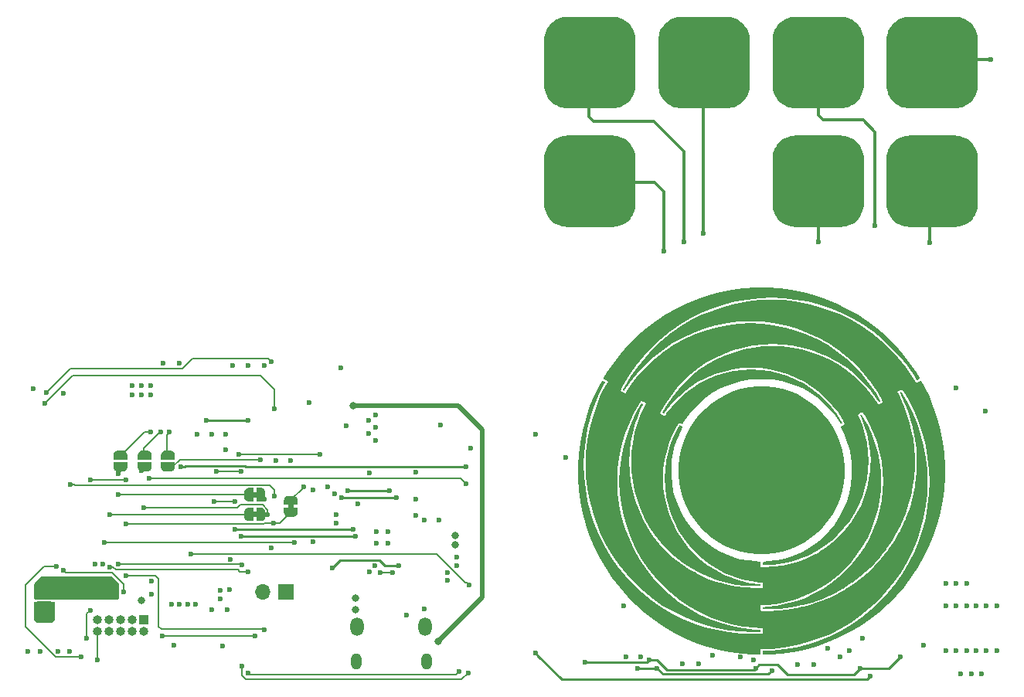
<source format=gbr>
G04 #@! TF.GenerationSoftware,KiCad,Pcbnew,(5.1.5-0-10_14)*
G04 #@! TF.CreationDate,2020-11-25T20:38:56+01:00*
G04 #@! TF.ProjectId,fl-remote,666c2d72-656d-46f7-9465-2e6b69636164,rev?*
G04 #@! TF.SameCoordinates,Original*
G04 #@! TF.FileFunction,Copper,L4,Bot*
G04 #@! TF.FilePolarity,Positive*
%FSLAX46Y46*%
G04 Gerber Fmt 4.6, Leading zero omitted, Abs format (unit mm)*
G04 Created by KiCad (PCBNEW (5.1.5-0-10_14)) date 2020-11-25 20:38:56*
%MOMM*%
%LPD*%
G04 APERTURE LIST*
%ADD10C,0.100000*%
%ADD11O,1.150000X1.800000*%
%ADD12O,1.450000X2.000000*%
%ADD13O,1.000000X1.000000*%
%ADD14R,1.000000X1.000000*%
%ADD15O,1.700000X1.700000*%
%ADD16R,1.700000X1.700000*%
%ADD17C,0.600000*%
%ADD18C,0.800000*%
%ADD19C,0.200000*%
%ADD20C,0.500000*%
%ADD21C,0.250000*%
%ADD22C,0.300000*%
%ADD23C,0.254000*%
G04 APERTURE END LIST*
D10*
G36*
X145483950Y-97465290D02*
G01*
X146382090Y-97562580D01*
X147266520Y-97747230D01*
X148128590Y-98017740D01*
X148959680Y-98371310D01*
X149752420Y-98804890D01*
X150498920Y-99313910D01*
X151191580Y-99893790D01*
X151824290Y-100538690D01*
X152390710Y-101242270D01*
X152885510Y-101998430D01*
X153303840Y-102799040D01*
X153641410Y-103636990D01*
X153895410Y-104504140D01*
X154063300Y-105391870D01*
X154143310Y-106291540D01*
X154149920Y-106743410D01*
X154139000Y-107189940D01*
X154051620Y-108078680D01*
X153877380Y-108954730D01*
X153618040Y-109809190D01*
X153276410Y-110634180D01*
X152855280Y-111421830D01*
X152359220Y-112164530D01*
X151792800Y-112854900D01*
X151161100Y-113486340D01*
X150470730Y-114052760D01*
X149728290Y-114549080D01*
X148940630Y-114969960D01*
X148115640Y-115311590D01*
X147260930Y-115570920D01*
X146385140Y-115745170D01*
X145496390Y-115832540D01*
X145049860Y-115843460D01*
X144603330Y-115832540D01*
X143714580Y-115745170D01*
X142838790Y-115570920D01*
X141984080Y-115311590D01*
X141159090Y-114969960D01*
X140371430Y-114549080D01*
X139628990Y-114052760D01*
X138938620Y-113486340D01*
X138307180Y-112854900D01*
X137740760Y-112164530D01*
X137244690Y-111422090D01*
X136823560Y-110634430D01*
X136481930Y-109809440D01*
X136222600Y-108954980D01*
X136048350Y-108078940D01*
X135960980Y-107190190D01*
X135950060Y-106743660D01*
X135955900Y-106292810D01*
X136033880Y-105394410D01*
X136199740Y-104507950D01*
X136451450Y-103642070D01*
X136786990Y-102805140D01*
X137202780Y-102005040D01*
X137695290Y-101249640D01*
X138259170Y-100546060D01*
X138889340Y-99901150D01*
X139579720Y-99321020D01*
X140323680Y-98811490D01*
X141114130Y-98377410D01*
X141943190Y-98022570D01*
X142802980Y-97751040D01*
X143685370Y-97564860D01*
X144581740Y-97466310D01*
X145032330Y-97450050D01*
X145483950Y-97465290D01*
G37*
G36*
X147445080Y-88039350D02*
G01*
X148746580Y-88179050D01*
X150034860Y-88411460D01*
X151303090Y-88735310D01*
X152545150Y-89148830D01*
X153754440Y-89649710D01*
X154925130Y-90235690D01*
X156050850Y-90903460D01*
X157126040Y-91650220D01*
X158145340Y-92471400D01*
X159103430Y-93363450D01*
X159995470Y-94321540D01*
X160816910Y-95340840D01*
X161563420Y-96416020D01*
X161830620Y-96866360D01*
X161906060Y-96966440D01*
X161991150Y-97112740D01*
X162203750Y-96990060D01*
X162214930Y-96987770D01*
X162231690Y-96976600D01*
X162250740Y-96969990D01*
X162425490Y-96869160D01*
X162432100Y-96863570D01*
X162554520Y-96891510D01*
X162560110Y-96901410D01*
X162877100Y-97463520D01*
X163437940Y-98626330D01*
X163923080Y-99822670D01*
X164330240Y-101047460D01*
X164658150Y-102296120D01*
X164905290Y-103563070D01*
X165070650Y-104843230D01*
X165153450Y-106131520D01*
X165153450Y-107430730D01*
X165068360Y-108735780D01*
X164898690Y-110032200D01*
X164645200Y-111315150D01*
X164308900Y-112578800D01*
X163891330Y-113817810D01*
X163393740Y-115027360D01*
X162818940Y-116201860D01*
X162168950Y-117336480D01*
X161446320Y-118426390D01*
X160654600Y-119467030D01*
X159797100Y-120454330D01*
X158877110Y-121383460D01*
X157898450Y-122251120D01*
X156865690Y-123053000D01*
X155783140Y-123786300D01*
X154654870Y-124447710D01*
X153486220Y-125034450D01*
X152282000Y-125543980D01*
X151047050Y-125974000D01*
X149786960Y-126323000D01*
X148506550Y-126589190D01*
X147211650Y-126771810D01*
X145907870Y-126869860D01*
X145246710Y-126876460D01*
X145227910Y-126860460D01*
X145157810Y-126781470D01*
X145158830Y-126776130D01*
X145158830Y-126539150D01*
X145167720Y-126517810D01*
X145195400Y-126489620D01*
X145221060Y-126478700D01*
X145226140Y-126477680D01*
X145242140Y-126477170D01*
X145248740Y-126477170D01*
X145250010Y-126476920D01*
X146221560Y-126442120D01*
X147538040Y-126300640D01*
X148841320Y-126065440D01*
X150124270Y-125738030D01*
X151380810Y-125319950D01*
X152604330Y-124813220D01*
X153788480Y-124220380D01*
X154927160Y-123544740D01*
X156015040Y-122789350D01*
X157046030Y-121958510D01*
X158015290Y-121056050D01*
X158917500Y-120087040D01*
X159748330Y-119055800D01*
X160503730Y-117968170D01*
X161179370Y-116829240D01*
X161772200Y-115645090D01*
X162278930Y-114421830D01*
X162697020Y-113165290D01*
X163024420Y-111882080D01*
X163259630Y-110579060D01*
X163401110Y-109262320D01*
X163448600Y-107938980D01*
X163401110Y-106615640D01*
X163259630Y-105299160D01*
X163024420Y-103995890D01*
X162697020Y-102712680D01*
X162278930Y-101456400D01*
X161772200Y-100232880D01*
X161179370Y-99048730D01*
X160574340Y-98028920D01*
X160498390Y-97928340D01*
X160413560Y-97793460D01*
X160227380Y-97900900D01*
X160210100Y-97904460D01*
X160202480Y-97909540D01*
X160197400Y-97910560D01*
X160192830Y-97913600D01*
X160188260Y-97915130D01*
X160142290Y-97941040D01*
X160132890Y-97948910D01*
X160121710Y-97954240D01*
X160106470Y-97970750D01*
X159901750Y-98089120D01*
X159926390Y-98134330D01*
X159961690Y-98199610D01*
X160140250Y-98529050D01*
X160534970Y-99380200D01*
X160568750Y-99455380D01*
X160879140Y-100250400D01*
X160942890Y-100422870D01*
X161206290Y-101244050D01*
X161258360Y-101428960D01*
X161477310Y-102292820D01*
X161662730Y-103276560D01*
X161786680Y-104269950D01*
X161844090Y-105197050D01*
X161848660Y-105310850D01*
X161848660Y-106229820D01*
X161841290Y-106417520D01*
X161778050Y-107364180D01*
X161770170Y-107431750D01*
X161634030Y-108445970D01*
X161420410Y-109500070D01*
X161136950Y-110537400D01*
X160829860Y-111423860D01*
X160762050Y-111608010D01*
X160422960Y-112409640D01*
X160305860Y-112663890D01*
X159927400Y-113414720D01*
X159784400Y-113669990D01*
X159377750Y-114358830D01*
X159349810Y-114405060D01*
X159233980Y-114578290D01*
X158760270Y-115270690D01*
X158752910Y-115279840D01*
X158750110Y-115285430D01*
X158745540Y-115289740D01*
X158712270Y-115338000D01*
X158260650Y-115911790D01*
X158033830Y-116195250D01*
X157621590Y-116652710D01*
X157442520Y-116848030D01*
X157286820Y-117016440D01*
X156931470Y-117361370D01*
X156725220Y-117557710D01*
X156426010Y-117834320D01*
X156027990Y-118172390D01*
X155962970Y-118223700D01*
X155961190Y-118225730D01*
X155958910Y-118227000D01*
X155856540Y-118312090D01*
X155495610Y-118596570D01*
X155410010Y-118659820D01*
X155407220Y-118661850D01*
X155078540Y-118905430D01*
X154979480Y-118971470D01*
X154976690Y-118974270D01*
X154973130Y-118975790D01*
X154923860Y-119011610D01*
X154516190Y-119283890D01*
X154451670Y-119324280D01*
X154449380Y-119326310D01*
X154446340Y-119327580D01*
X154363790Y-119382700D01*
X154087180Y-119560500D01*
X153964500Y-119629080D01*
X153960690Y-119632380D01*
X153956120Y-119634160D01*
X153939350Y-119644570D01*
X153521270Y-119878760D01*
X153468440Y-119906960D01*
X153466910Y-119908230D01*
X153465130Y-119908730D01*
X153050350Y-120140890D01*
X151959930Y-120643810D01*
X151746820Y-120726360D01*
X150822010Y-121067740D01*
X150560390Y-121149780D01*
X149627960Y-121412670D01*
X149396310Y-121468550D01*
X148345000Y-121677840D01*
X148228670Y-121697910D01*
X147010230Y-121841930D01*
X145745310Y-121891710D01*
X145199970Y-121870380D01*
X145194640Y-121867840D01*
X145167210Y-121839900D01*
X145158830Y-121819070D01*
X145158830Y-121733220D01*
X145166950Y-121712900D01*
X145193880Y-121684700D01*
X145217500Y-121674030D01*
X145221310Y-121673020D01*
X145238070Y-121673020D01*
X145258900Y-121668950D01*
X145611200Y-121655240D01*
X146689430Y-121527480D01*
X147754710Y-121315640D01*
X148799660Y-121021000D01*
X149818460Y-120645080D01*
X150804740Y-120190420D01*
X151752160Y-119659810D01*
X152654870Y-119056560D01*
X153507810Y-118384230D01*
X154305110Y-117647120D01*
X155042220Y-116849810D01*
X155714560Y-115997130D01*
X156317810Y-115094160D01*
X156848410Y-114146740D01*
X157302820Y-113160720D01*
X157678740Y-112141920D01*
X157973630Y-111096710D01*
X158185470Y-110031690D01*
X158312980Y-108953210D01*
X158355650Y-107868370D01*
X158312980Y-106783280D01*
X158185470Y-105704800D01*
X157973630Y-104639780D01*
X157678740Y-103594820D01*
X157302820Y-102576030D01*
X156848410Y-101589750D01*
X156317810Y-100642330D01*
X156265740Y-100564600D01*
X156259640Y-100552660D01*
X156237290Y-100521930D01*
X156232460Y-100524980D01*
X156194620Y-100468080D01*
X156192590Y-100466810D01*
X156083870Y-100293840D01*
X155918270Y-100390360D01*
X155861120Y-100401790D01*
X155762060Y-100468080D01*
X155747070Y-100490430D01*
X155594160Y-100579590D01*
X155689920Y-100772630D01*
X155695760Y-100801330D01*
X155713540Y-100850350D01*
X155733610Y-100881590D01*
X155750630Y-100920460D01*
X156094290Y-101750020D01*
X156394010Y-102700490D01*
X156609650Y-103673310D01*
X156739700Y-104661370D01*
X156783140Y-105656790D01*
X156739700Y-106652470D01*
X156609650Y-107640530D01*
X156394010Y-108613350D01*
X156094290Y-109563570D01*
X155712780Y-110484320D01*
X155252790Y-111368240D01*
X154717350Y-112208720D01*
X154110800Y-112999430D01*
X153437450Y-113733990D01*
X152702630Y-114407350D01*
X151912180Y-115013900D01*
X151071690Y-115549330D01*
X150187770Y-116009580D01*
X149267020Y-116390830D01*
X148316810Y-116690550D01*
X147343730Y-116906200D01*
X146355930Y-117036250D01*
X145360250Y-117079680D01*
X145215720Y-117073330D01*
X145195660Y-117064950D01*
X145167720Y-117036760D01*
X145158830Y-117015170D01*
X145158830Y-116774880D01*
X145158320Y-116771830D01*
X145166190Y-116762690D01*
X145251790Y-116674550D01*
X145377520Y-116668960D01*
X145730830Y-116653470D01*
X146683330Y-116541460D01*
X147620590Y-116337750D01*
X148533720Y-116044380D01*
X149414340Y-115664140D01*
X150253810Y-115200340D01*
X151044510Y-114657540D01*
X151779080Y-114040830D01*
X152450400Y-113355790D01*
X153052380Y-112609030D01*
X153579180Y-111807660D01*
X154025970Y-110959040D01*
X154388420Y-110071060D01*
X154663510Y-109152340D01*
X154848160Y-108211270D01*
X154941130Y-107256490D01*
X154952560Y-106776930D01*
X154947730Y-106465020D01*
X154908360Y-105842210D01*
X154829880Y-105223220D01*
X154712530Y-104610310D01*
X154556830Y-104006050D01*
X154363530Y-103412960D01*
X154133150Y-102833080D01*
X153866450Y-102268690D01*
X153720150Y-101993350D01*
X153724470Y-101959820D01*
X153752660Y-101860000D01*
X153885250Y-101785580D01*
X153904550Y-101781770D01*
X153968560Y-101739100D01*
X154192840Y-101613620D01*
X154073720Y-101400770D01*
X154070160Y-101382230D01*
X154054670Y-101348190D01*
X154005390Y-101253450D01*
X153994980Y-101237190D01*
X153460050Y-100397470D01*
X152842070Y-99592040D01*
X152156270Y-98843750D01*
X151407990Y-98158210D01*
X150602810Y-97540220D01*
X149746830Y-96994890D01*
X148846400Y-96526260D01*
X147908630Y-96137640D01*
X146940640Y-95832580D01*
X145949530Y-95612870D01*
X144943430Y-95480280D01*
X143929210Y-95436090D01*
X142915240Y-95480280D01*
X141908900Y-95612870D01*
X140918040Y-95832580D01*
X139949790Y-96137640D01*
X139012280Y-96526260D01*
X138111850Y-96994890D01*
X137255870Y-97540220D01*
X136450440Y-98158210D01*
X136020920Y-98551910D01*
X136016860Y-98555210D01*
X136014320Y-98558000D01*
X135702150Y-98843750D01*
X135327500Y-99252690D01*
X135321150Y-99259040D01*
X135316830Y-99264380D01*
X135016350Y-99592040D01*
X134694790Y-100011140D01*
X134688180Y-100019520D01*
X134677770Y-100033740D01*
X134398620Y-100397470D01*
X134366620Y-100447510D01*
X134349600Y-100456400D01*
X134333350Y-100460460D01*
X134214470Y-100390610D01*
X134213200Y-100353270D01*
X134659480Y-99556480D01*
X135253590Y-98667480D01*
X135915510Y-97828010D01*
X136641190Y-97042890D01*
X137426300Y-96317210D01*
X138266030Y-95655290D01*
X139155030Y-95061180D01*
X140087720Y-94538710D01*
X141058760Y-94091160D01*
X142061800Y-93721080D01*
X143090760Y-93430760D01*
X144139520Y-93222220D01*
X145201240Y-93096490D01*
X146269570Y-93054580D01*
X147337890Y-93096490D01*
X148399610Y-93222220D01*
X149448380Y-93430760D01*
X150477330Y-93721080D01*
X151480380Y-94091160D01*
X152451420Y-94538710D01*
X153384360Y-95061180D01*
X154273360Y-95655290D01*
X155112830Y-96317210D01*
X155897950Y-97042890D01*
X156623880Y-97828010D01*
X157285800Y-98667480D01*
X157688900Y-99271230D01*
X157767130Y-99370290D01*
X157849680Y-99503900D01*
X158050600Y-99387820D01*
X158067360Y-99384520D01*
X158137460Y-99337780D01*
X158348790Y-99215610D01*
X158271070Y-99071340D01*
X158235510Y-98997930D01*
X158232970Y-98984980D01*
X158219250Y-98964400D01*
X158216460Y-98958560D01*
X157770690Y-98162780D01*
X157058220Y-97096230D01*
X156264210Y-96089120D01*
X155393500Y-95147290D01*
X154451670Y-94276830D01*
X153444560Y-93482830D01*
X152378010Y-92770100D01*
X151259140Y-92143490D01*
X150094300Y-91606530D01*
X148891100Y-91162540D01*
X147656660Y-90814560D01*
X146398850Y-90564370D01*
X145125040Y-90413490D01*
X143843610Y-90363200D01*
X142561930Y-90413490D01*
X141288370Y-90564370D01*
X140030310Y-90814560D01*
X138795870Y-91162540D01*
X137592670Y-91606530D01*
X136427830Y-92143490D01*
X135308960Y-92770100D01*
X134242410Y-93482830D01*
X133235300Y-94276830D01*
X132293470Y-95147290D01*
X131422760Y-96089120D01*
X130628760Y-97096230D01*
X130068430Y-97934940D01*
X130046840Y-97950430D01*
X130009000Y-97959580D01*
X129987410Y-97956530D01*
X129912480Y-97913350D01*
X129898760Y-97895820D01*
X129888090Y-97858490D01*
X129889110Y-97847820D01*
X130042270Y-97541750D01*
X130710290Y-96416020D01*
X131456800Y-95340840D01*
X132278230Y-94321540D01*
X133170280Y-93363450D01*
X134128370Y-92471400D01*
X135147420Y-91650220D01*
X136222850Y-90903460D01*
X137348580Y-90235690D01*
X138519010Y-89649710D01*
X139728560Y-89148830D01*
X140970620Y-88735310D01*
X142238840Y-88411460D01*
X143527130Y-88179050D01*
X144828630Y-88039350D01*
X146136730Y-87992620D01*
X147445080Y-88039350D01*
G37*
G36*
X127662290Y-96853150D02*
G01*
X127680320Y-96869160D01*
X127886830Y-96988280D01*
X127888350Y-96989810D01*
X127901560Y-97012670D01*
X127908420Y-97038320D01*
X127908420Y-97057880D01*
X127907910Y-97061690D01*
X127842630Y-97171420D01*
X127250050Y-98355560D01*
X126743320Y-99579080D01*
X126324980Y-100835620D01*
X125997570Y-102118570D01*
X125762370Y-103421850D01*
X125620890Y-104738330D01*
X125573650Y-106061920D01*
X125620890Y-107385260D01*
X125762370Y-108701750D01*
X125997570Y-110005020D01*
X126324980Y-111287970D01*
X126743320Y-112544510D01*
X127250050Y-113768030D01*
X127842630Y-114952180D01*
X128518520Y-116090860D01*
X129273670Y-117178740D01*
X130104500Y-118209730D01*
X131006960Y-119178990D01*
X131976230Y-120081200D01*
X133007210Y-120912290D01*
X134094840Y-121667430D01*
X135233780Y-122343070D01*
X136417920Y-122935910D01*
X137641440Y-123442640D01*
X138897730Y-123860720D01*
X140180930Y-124188380D01*
X141483950Y-124423330D01*
X142800690Y-124565060D01*
X144124030Y-124612310D01*
X144864950Y-124585890D01*
X144864950Y-124589450D01*
X144906600Y-124581060D01*
X145152730Y-124571410D01*
X145152730Y-124316400D01*
X145158830Y-124285920D01*
X145157050Y-124277790D01*
X145158830Y-124269410D01*
X145152730Y-124238420D01*
X145152730Y-123980350D01*
X144916000Y-123974000D01*
X144886030Y-123966640D01*
X144866470Y-123966130D01*
X144866980Y-123957240D01*
X144324180Y-123935900D01*
X143066880Y-123787060D01*
X141825580Y-123540170D01*
X140607150Y-123196510D01*
X139419440Y-122758360D01*
X138269840Y-122228520D01*
X137165450Y-121610030D01*
X136112870Y-120906700D01*
X135118970Y-120122860D01*
X134189330Y-119263830D01*
X133330050Y-118334190D01*
X132546460Y-117340030D01*
X131843130Y-116287460D01*
X131224640Y-115183060D01*
X130694540Y-114033460D01*
X130256650Y-112846010D01*
X129912980Y-111627570D01*
X129666100Y-110386020D01*
X129517250Y-109128970D01*
X129467470Y-107864050D01*
X129517250Y-106599130D01*
X129666100Y-105342090D01*
X129912980Y-104100540D01*
X130256650Y-102882350D01*
X130694540Y-101694650D01*
X131224640Y-100545040D01*
X131843130Y-99440650D01*
X131890880Y-99369020D01*
X131917810Y-99350480D01*
X131959210Y-99342610D01*
X131967840Y-99344640D01*
X132047600Y-99390610D01*
X132054710Y-99399000D01*
X132065130Y-99419820D01*
X132070710Y-99442940D01*
X132070710Y-99457670D01*
X132061820Y-99473420D01*
X131842620Y-99948910D01*
X131834240Y-99966180D01*
X131830430Y-99975070D01*
X131607160Y-100459450D01*
X131439020Y-100915120D01*
X131436730Y-100920960D01*
X131434190Y-100928330D01*
X131231240Y-101478240D01*
X130936600Y-102523450D01*
X130724770Y-103588470D01*
X130597010Y-104666700D01*
X130554590Y-105751790D01*
X130597010Y-106836880D01*
X130724770Y-107915360D01*
X130936600Y-108980380D01*
X131231240Y-110025340D01*
X131607160Y-111044130D01*
X132061820Y-112030420D01*
X132592430Y-112977840D01*
X133195680Y-113880550D01*
X133868020Y-114733480D01*
X134605130Y-115530790D01*
X135402430Y-116267900D01*
X136255110Y-116940240D01*
X137158080Y-117543490D01*
X137684110Y-117837870D01*
X137689190Y-117841170D01*
X137693510Y-117843210D01*
X138105500Y-118074090D01*
X138603590Y-118303710D01*
X138611980Y-118308030D01*
X138620360Y-118311330D01*
X139091530Y-118528750D01*
X139559900Y-118701470D01*
X139567270Y-118704270D01*
X139575650Y-118707310D01*
X140110320Y-118904420D01*
X140547460Y-119027860D01*
X140549230Y-119028370D01*
X140551770Y-119028880D01*
X141155530Y-119199310D01*
X142220550Y-119411150D01*
X143299040Y-119538660D01*
X144383870Y-119581330D01*
X144781890Y-119565830D01*
X144833710Y-119572440D01*
X144834470Y-119563550D01*
X144837520Y-119563550D01*
X144860880Y-119568120D01*
X144908380Y-119558720D01*
X145152730Y-119549580D01*
X145152730Y-119333170D01*
X145166700Y-119262300D01*
X145152730Y-119191440D01*
X145152730Y-118983920D01*
X144926420Y-118969440D01*
X144887050Y-118961570D01*
X144886280Y-118961570D01*
X144860630Y-118956490D01*
X144855550Y-118957500D01*
X144849960Y-118956740D01*
X144849710Y-118950140D01*
X144813130Y-118951920D01*
X143899240Y-118831520D01*
X142926170Y-118615870D01*
X141975950Y-118316150D01*
X141055200Y-117934900D01*
X140171280Y-117474650D01*
X139330800Y-116939220D01*
X138540350Y-116332670D01*
X137805530Y-115659310D01*
X137132430Y-114924750D01*
X136525620Y-114134040D01*
X135990190Y-113293560D01*
X135530190Y-112409640D01*
X135148690Y-111489140D01*
X134849220Y-110538670D01*
X134633320Y-109565850D01*
X134503270Y-108577790D01*
X134459840Y-107582370D01*
X134503270Y-106586690D01*
X134633320Y-105598630D01*
X134849220Y-104625810D01*
X135148690Y-103675340D01*
X135530190Y-102754840D01*
X135990190Y-101870920D01*
X136052670Y-101772880D01*
X136071470Y-101758910D01*
X136111090Y-101749260D01*
X136131160Y-101752560D01*
X136158840Y-101768820D01*
X136179420Y-101776180D01*
X136197450Y-101788370D01*
X136206340Y-101789900D01*
X136342230Y-101873720D01*
X136353150Y-101880320D01*
X136371190Y-101899120D01*
X136383890Y-101921470D01*
X136390240Y-101946620D01*
X136390240Y-101965920D01*
X136388710Y-101978620D01*
X136385410Y-101991070D01*
X136380590Y-102002750D01*
X136377790Y-102008080D01*
X136377790Y-102008340D01*
X136377540Y-102008340D01*
X136181450Y-102383750D01*
X135838550Y-103157940D01*
X135562960Y-103958550D01*
X135356970Y-104779730D01*
X135221840Y-105615650D01*
X135158340Y-106459940D01*
X135167480Y-107306520D01*
X135249020Y-108149300D01*
X135402180Y-108982160D01*
X135625700Y-109798770D01*
X135918560Y-110593280D01*
X136277970Y-111359860D01*
X136701640Y-112092900D01*
X137186530Y-112787080D01*
X137728820Y-113437320D01*
X138324700Y-114038790D01*
X138969860Y-114587180D01*
X139659470Y-115078420D01*
X140388450Y-115508950D01*
X141151720Y-115875470D01*
X141943440Y-116175700D01*
X142758020Y-116406840D01*
X143589360Y-116567870D01*
X144431120Y-116657030D01*
X144854280Y-116674550D01*
X144874090Y-116674810D01*
X144910410Y-116690300D01*
X144938350Y-116718490D01*
X144951820Y-116751510D01*
X144947240Y-116774880D01*
X144947240Y-116979860D01*
X144946990Y-116980110D01*
X144953340Y-117011610D01*
X144953340Y-117273990D01*
X145211910Y-117277800D01*
X145250010Y-117285420D01*
X145250010Y-117286950D01*
X145360250Y-117291770D01*
X146374220Y-117247580D01*
X147380560Y-117114990D01*
X148371670Y-116895280D01*
X149339670Y-116589970D01*
X150277430Y-116201600D01*
X150794070Y-115932620D01*
X150798900Y-115930330D01*
X150802200Y-115928550D01*
X151177610Y-115732970D01*
X151595690Y-115466780D01*
X151605350Y-115461190D01*
X151614740Y-115454590D01*
X152033840Y-115187640D01*
X152368620Y-114930590D01*
X152371660Y-114928560D01*
X152375470Y-114925510D01*
X152839020Y-114569650D01*
X153587310Y-113883850D01*
X154273110Y-113135570D01*
X154891090Y-112330390D01*
X155436430Y-111474410D01*
X155905060Y-110573980D01*
X156293420Y-109636210D01*
X156598730Y-108668220D01*
X156818440Y-107677110D01*
X156950780Y-106671020D01*
X156974400Y-106133810D01*
X156975160Y-106123390D01*
X156975410Y-106107140D01*
X156995230Y-105656790D01*
X156950780Y-104642830D01*
X156877120Y-104082760D01*
X156875850Y-104071070D01*
X156874580Y-104063710D01*
X156818440Y-103636480D01*
X156598730Y-102645620D01*
X156464620Y-102220430D01*
X156461830Y-102209760D01*
X156456750Y-102195540D01*
X156293420Y-101677630D01*
X155905060Y-100739860D01*
X155877880Y-100687540D01*
X155877880Y-100651980D01*
X155995230Y-100583400D01*
X156031800Y-100597370D01*
X156136200Y-100753580D01*
X156658680Y-101686520D01*
X157106220Y-102657310D01*
X157476300Y-103660610D01*
X157766620Y-104689560D01*
X157975160Y-105738070D01*
X158100890Y-106799790D01*
X158142800Y-107868370D01*
X158100890Y-108936700D01*
X157975160Y-109998420D01*
X157766620Y-111046930D01*
X157476300Y-112076140D01*
X157106220Y-113079180D01*
X156658680Y-114049970D01*
X156136200Y-114982910D01*
X155542350Y-115871910D01*
X154880420Y-116711640D01*
X154154490Y-117496750D01*
X153369380Y-118222430D01*
X152529910Y-118884350D01*
X151640910Y-119478460D01*
X150707960Y-120000680D01*
X149736920Y-120448480D01*
X148733880Y-120818560D01*
X147704920Y-121108630D01*
X146656160Y-121317160D01*
X145594440Y-121442890D01*
X145236550Y-121456860D01*
X145237060Y-121465500D01*
X145198450Y-121473120D01*
X144953340Y-121480740D01*
X144953340Y-121736260D01*
X144946990Y-121768010D01*
X144948770Y-121776400D01*
X144947240Y-121784020D01*
X144953340Y-121815000D01*
X144953340Y-122072310D01*
X145205310Y-122080430D01*
X145244170Y-122088050D01*
X145244170Y-122084500D01*
X145726770Y-122103550D01*
X147008200Y-122053260D01*
X147613990Y-121981630D01*
X147701370Y-121974010D01*
X147777060Y-121962320D01*
X148282010Y-121902380D01*
X148705430Y-121818310D01*
X148789500Y-121805100D01*
X148930220Y-121773600D01*
X149539820Y-121652190D01*
X149819220Y-121573450D01*
X149863670Y-121563540D01*
X150031050Y-121513760D01*
X150774260Y-121304210D01*
X151977460Y-120860220D01*
X152621090Y-120563550D01*
X152954590Y-120413180D01*
X152999300Y-120389300D01*
X153142300Y-120323260D01*
X153564700Y-120086790D01*
X153925380Y-119893750D01*
X154064070Y-119806880D01*
X154261170Y-119696640D01*
X154559620Y-119497250D01*
X154859090Y-119310060D01*
X155092770Y-119141150D01*
X155327720Y-118983920D01*
X155526850Y-118826950D01*
X155751130Y-118664900D01*
X156089210Y-118383720D01*
X156334830Y-118189920D01*
X156449130Y-118084510D01*
X156597720Y-117960810D01*
X157087170Y-117494720D01*
X157276660Y-117319460D01*
X157318060Y-117274500D01*
X157395020Y-117201350D01*
X158139240Y-116390070D01*
X158827070Y-115530280D01*
X158913180Y-115406080D01*
X158941370Y-115370260D01*
X159025190Y-115244790D01*
X159455220Y-114626040D01*
X159598220Y-114387280D01*
X159653840Y-114303970D01*
X159736140Y-114157160D01*
X160021130Y-113681670D01*
X160214420Y-113303210D01*
X160280460Y-113184850D01*
X160334310Y-113068260D01*
X160522020Y-112700980D01*
X160763320Y-112137600D01*
X160817670Y-112020260D01*
X160841040Y-111956250D01*
X160955590Y-111689040D01*
X161320080Y-110650180D01*
X161613710Y-109588970D01*
X161834940Y-108510230D01*
X161983020Y-107419300D01*
X162004610Y-107101040D01*
X162010460Y-107051000D01*
X162014010Y-106961080D01*
X162057450Y-106320750D01*
X162066590Y-105770330D01*
X162059220Y-105281130D01*
X162000550Y-104304750D01*
X161883710Y-103333460D01*
X161708700Y-102370800D01*
X161619550Y-102005800D01*
X161609640Y-101956270D01*
X161592630Y-101895820D01*
X161476290Y-101420580D01*
X161272330Y-100760180D01*
X161261410Y-100721830D01*
X161255060Y-100704560D01*
X161187500Y-100485860D01*
X160843070Y-99570190D01*
X160444550Y-98676870D01*
X160225340Y-98239490D01*
X160213410Y-98216120D01*
X160214930Y-98163540D01*
X160242360Y-98118580D01*
X160288080Y-98092930D01*
X160327200Y-98092930D01*
X160351840Y-98099280D01*
X160374190Y-98111470D01*
X160378250Y-98115530D01*
X160992680Y-99150840D01*
X161578660Y-100321270D01*
X162079540Y-101530820D01*
X162492800Y-102772620D01*
X162816650Y-104041100D01*
X163049060Y-105329390D01*
X163189020Y-106630880D01*
X163235750Y-107938980D01*
X163189020Y-109247340D01*
X163049060Y-110548830D01*
X162816650Y-111836870D01*
X162492800Y-113105340D01*
X162079540Y-114347400D01*
X161578660Y-115556700D01*
X160992680Y-116727380D01*
X160324660Y-117853110D01*
X159578150Y-118928290D01*
X158756720Y-119947600D01*
X157864670Y-120905680D01*
X156906580Y-121797730D01*
X155887280Y-122619170D01*
X154812100Y-123365670D01*
X153686370Y-124033440D01*
X152515680Y-124619420D01*
X151306390Y-125120560D01*
X150064330Y-125533820D01*
X148796110Y-125857670D01*
X147507820Y-126090080D01*
X146206320Y-126230030D01*
X145246960Y-126264070D01*
X145247220Y-126269660D01*
X145208860Y-126277280D01*
X144953340Y-126278040D01*
X144953340Y-126542710D01*
X144946990Y-126574200D01*
X144947240Y-126574460D01*
X144947240Y-126775880D01*
X144951820Y-126799750D01*
X144938100Y-126832770D01*
X144909910Y-126861220D01*
X144872820Y-126876460D01*
X144851990Y-126876460D01*
X144200230Y-126869860D01*
X142900510Y-126772320D01*
X141609680Y-126590970D01*
X140333330Y-126326300D01*
X139076800Y-125979590D01*
X137845660Y-125552110D01*
X136644490Y-125045630D01*
X135478630Y-124462700D01*
X134353160Y-123805350D01*
X133272390Y-123076370D01*
X132241400Y-122279060D01*
X131264010Y-121416480D01*
X130344780Y-120492430D01*
X129487030Y-119510970D01*
X128694800Y-118475920D01*
X127971410Y-117391590D01*
X127319640Y-116262820D01*
X126742300Y-115094160D01*
X126242180Y-113890460D01*
X125820790Y-112657030D01*
X125480180Y-111398720D01*
X125222110Y-110121100D01*
X125047110Y-108829510D01*
X124956170Y-107529280D01*
X124949570Y-106225750D01*
X125027550Y-104924770D01*
X125189600Y-103631400D01*
X125434960Y-102351240D01*
X125762880Y-101089620D01*
X126171820Y-99851880D01*
X126660260Y-98643350D01*
X127225660Y-97469100D01*
X127545960Y-96901410D01*
X127555860Y-96883890D01*
X127587610Y-96859000D01*
X127626480Y-96848580D01*
X127662290Y-96853150D01*
G37*
G36*
X147005410Y-86760970D02*
G01*
X148298010Y-86929630D01*
X149576900Y-87181340D01*
X150836740Y-87515610D01*
X152072450Y-87930900D01*
X153278440Y-88425180D01*
X154449890Y-88996430D01*
X155581970Y-89642600D01*
X156669850Y-90360660D01*
X157708970Y-91147550D01*
X158694740Y-92000230D01*
X159623360Y-92915140D01*
X160490770Y-93887960D01*
X161293410Y-94915130D01*
X162027470Y-95992090D01*
X162359200Y-96553180D01*
X162354630Y-96589760D01*
X162319570Y-96685770D01*
X162114600Y-96804130D01*
X162104440Y-96805660D01*
X162084880Y-96805660D01*
X162059990Y-96799050D01*
X162037380Y-96786100D01*
X162020870Y-96770100D01*
X161742490Y-96300960D01*
X160987090Y-95213330D01*
X160156260Y-94182090D01*
X159254050Y-93213080D01*
X158284780Y-92310620D01*
X157253540Y-91479780D01*
X156165920Y-90724390D01*
X155026980Y-90048750D01*
X153842830Y-89456170D01*
X152619570Y-88949180D01*
X151363030Y-88531100D01*
X150080080Y-88203690D01*
X148776800Y-87968490D01*
X147460320Y-87827010D01*
X146136730Y-87779770D01*
X144813390Y-87827010D01*
X143496900Y-87968490D01*
X142193630Y-88203690D01*
X140910680Y-88531100D01*
X139654140Y-88949180D01*
X138430620Y-89456170D01*
X137246470Y-90048750D01*
X136107790Y-90724390D01*
X135019910Y-91479780D01*
X133988920Y-92310620D01*
X133019660Y-93213080D01*
X132117450Y-94182090D01*
X131286360Y-95213330D01*
X130531220Y-96300960D01*
X129855580Y-97439890D01*
X129777600Y-97595600D01*
X129721210Y-97708370D01*
X129707240Y-97732500D01*
X129705210Y-97742920D01*
X129668380Y-97822160D01*
X129592690Y-97965930D01*
X129824590Y-98099790D01*
X129872850Y-98132040D01*
X129876150Y-98132810D01*
X129887080Y-98140170D01*
X129898000Y-98142200D01*
X130001380Y-98201890D01*
X130002140Y-98202400D01*
X130039480Y-98223990D01*
X130056490Y-98233900D01*
X130104750Y-98261580D01*
X130188320Y-98125440D01*
X130264770Y-98024090D01*
X130800970Y-97221710D01*
X131584560Y-96227550D01*
X132443840Y-95297910D01*
X133373480Y-94438630D01*
X134367640Y-93655040D01*
X135420210Y-92951710D01*
X136524600Y-92333220D01*
X137674210Y-91803380D01*
X138861660Y-91365230D01*
X140080100Y-91021570D01*
X141321650Y-90774680D01*
X142578690Y-90625840D01*
X143843610Y-90576050D01*
X145108280Y-90625840D01*
X146365580Y-90774680D01*
X147607130Y-91021570D01*
X148825320Y-91365230D01*
X150013020Y-91803380D01*
X151162370Y-92333220D01*
X152267020Y-92951710D01*
X153319590Y-93655040D01*
X154313490Y-94438630D01*
X155243130Y-95297910D01*
X156102420Y-96227550D01*
X156886010Y-97221710D01*
X157589330Y-98274280D01*
X158050600Y-99098010D01*
X158050600Y-99121880D01*
X158035360Y-99158710D01*
X158034090Y-99160240D01*
X157960930Y-99202400D01*
X157937570Y-99202400D01*
X157913180Y-99196050D01*
X157891080Y-99183860D01*
X157877370Y-99171160D01*
X157457510Y-98542760D01*
X156785170Y-97690080D01*
X156048310Y-96892780D01*
X155250750Y-96155670D01*
X154398080Y-95483330D01*
X153495110Y-94880080D01*
X152994730Y-94599920D01*
X152993460Y-94598900D01*
X152992440Y-94598400D01*
X152547940Y-94349480D01*
X152071690Y-94130020D01*
X152069910Y-94129000D01*
X152067880Y-94128240D01*
X151561660Y-93894820D01*
X150542860Y-93519150D01*
X149497910Y-93224260D01*
X148432890Y-93012420D01*
X147354660Y-92884910D01*
X146269570Y-92842240D01*
X145184480Y-92884910D01*
X144106250Y-93012420D01*
X143041230Y-93224260D01*
X141996270Y-93519150D01*
X140977480Y-93894820D01*
X139991450Y-94349480D01*
X139044030Y-94880080D01*
X138141060Y-95483330D01*
X137288380Y-96155670D01*
X136491080Y-96892780D01*
X135753970Y-97690080D01*
X135081630Y-98542760D01*
X134478380Y-99445480D01*
X134106780Y-100108930D01*
X134085950Y-100146520D01*
X134069950Y-100167350D01*
X134059280Y-100183860D01*
X134044800Y-100219670D01*
X134031340Y-100244560D01*
X134026770Y-100268440D01*
X133925930Y-100459700D01*
X134078330Y-100549110D01*
X134097630Y-100578060D01*
X134196950Y-100644360D01*
X134263240Y-100657570D01*
X134415390Y-100746720D01*
X134487780Y-100637750D01*
X134562200Y-100534880D01*
X134590390Y-100507450D01*
X134609950Y-100470110D01*
X135178910Y-99728430D01*
X135852010Y-98993870D01*
X136586830Y-98320510D01*
X137377540Y-97713960D01*
X138218020Y-97178530D01*
X139101940Y-96718280D01*
X140022440Y-96337030D01*
X140972910Y-96037310D01*
X141945730Y-95821660D01*
X142933790Y-95691610D01*
X143929210Y-95648180D01*
X144924890Y-95691610D01*
X145912950Y-95821660D01*
X146885770Y-96037310D01*
X147835990Y-96337030D01*
X148756740Y-96718280D01*
X149640660Y-97178530D01*
X150481140Y-97713960D01*
X151271840Y-98320510D01*
X152006410Y-98993870D01*
X152679770Y-99728430D01*
X153286320Y-100519140D01*
X153821750Y-101359620D01*
X153886770Y-101484590D01*
X153887030Y-101486880D01*
X153871280Y-101504400D01*
X153818190Y-101542760D01*
X153676720Y-101511770D01*
X153633030Y-101442930D01*
X153469960Y-101185630D01*
X152960940Y-100486370D01*
X152394020Y-99833080D01*
X151772990Y-99230590D01*
X151102930Y-98683480D01*
X150388690Y-98195800D01*
X149635070Y-97770860D01*
X148848180Y-97411950D01*
X148033090Y-97121630D01*
X147196410Y-96902180D01*
X146343990Y-96754860D01*
X145482170Y-96681200D01*
X144617040Y-96681450D01*
X143755220Y-96755870D01*
X142902800Y-96903450D01*
X142066380Y-97123660D01*
X141251540Y-97414490D01*
X140464910Y-97773900D01*
X139711540Y-98199350D01*
X138997550Y-98687540D01*
X138327750Y-99235170D01*
X137707480Y-99837910D01*
X137140810Y-100491700D01*
X136632300Y-101191470D01*
X136468470Y-101450300D01*
X136400910Y-101556980D01*
X136395570Y-101558760D01*
X136275680Y-101591270D01*
X136252570Y-101582630D01*
X136232000Y-101568920D01*
X136220570Y-101566630D01*
X136011780Y-101443190D01*
X135890870Y-101647150D01*
X135878940Y-101664930D01*
X135854810Y-101691090D01*
X135849470Y-101695920D01*
X135805780Y-101764500D01*
X135784700Y-101804880D01*
X135337150Y-102664670D01*
X134948790Y-103602700D01*
X134643480Y-104570690D01*
X134423770Y-105561800D01*
X134291180Y-106568150D01*
X134246990Y-107582370D01*
X134291180Y-108596340D01*
X134423770Y-109602680D01*
X134643480Y-110593790D01*
X134948790Y-111561790D01*
X135337150Y-112499810D01*
X135805780Y-113400240D01*
X136351380Y-114256220D01*
X136969100Y-115061650D01*
X137654900Y-115809940D01*
X138403440Y-116495740D01*
X139208620Y-117113720D01*
X140064860Y-117659060D01*
X140965290Y-118127940D01*
X141903050Y-118516310D01*
X142871050Y-118821360D01*
X143862160Y-119041320D01*
X144868500Y-119173660D01*
X144911940Y-119175690D01*
X144922100Y-119180520D01*
X144947240Y-119207950D01*
X144947240Y-119316660D01*
X144946480Y-119317930D01*
X144919560Y-119346120D01*
X144914220Y-119348410D01*
X144383870Y-119369240D01*
X143315550Y-119327330D01*
X142253830Y-119201600D01*
X141205060Y-118993060D01*
X140176110Y-118702740D01*
X139172810Y-118332660D01*
X138201770Y-117885120D01*
X137268820Y-117362640D01*
X136379820Y-116768530D01*
X135540100Y-116106610D01*
X134754990Y-115380930D01*
X134029310Y-114595560D01*
X133367380Y-113755840D01*
X132773280Y-112866840D01*
X132250800Y-111934150D01*
X131803250Y-110963110D01*
X131433170Y-109959810D01*
X131142850Y-108930850D01*
X130934320Y-107882090D01*
X130808590Y-106820370D01*
X130766680Y-105751790D01*
X130808590Y-104683470D01*
X130934320Y-103621750D01*
X131142850Y-102572980D01*
X131433170Y-101543770D01*
X131803250Y-100540730D01*
X132188320Y-99705320D01*
X132240640Y-99591780D01*
X132252830Y-99571720D01*
X132254860Y-99562060D01*
X132295000Y-99477740D01*
X132369160Y-99338800D01*
X132144630Y-99209260D01*
X132074520Y-99162520D01*
X132057760Y-99159220D01*
X131856590Y-99043140D01*
X131770990Y-99182080D01*
X131693270Y-99281900D01*
X131661520Y-99329650D01*
X131627480Y-99390610D01*
X131034900Y-100448780D01*
X130497950Y-101613370D01*
X130053950Y-102816570D01*
X129705970Y-104051010D01*
X129455780Y-105309070D01*
X129304910Y-106582620D01*
X129254620Y-107864310D01*
X129304910Y-109145740D01*
X129455780Y-110419550D01*
X129705970Y-111677360D01*
X130053950Y-112911800D01*
X130497950Y-114114990D01*
X131034900Y-115279840D01*
X131661520Y-116398710D01*
X132373990Y-117465250D01*
X133168250Y-118472360D01*
X134038710Y-119414200D01*
X134980540Y-120284910D01*
X135987650Y-121078910D01*
X137054190Y-121791380D01*
X138173060Y-122418250D01*
X139337910Y-122954960D01*
X140541110Y-123398950D01*
X141775550Y-123747180D01*
X143033610Y-123997370D01*
X144307160Y-124147990D01*
X144878160Y-124170600D01*
X144912190Y-124185840D01*
X144938860Y-124214030D01*
X144947240Y-124234350D01*
X144947240Y-124320710D01*
X144938860Y-124341290D01*
X144911940Y-124369480D01*
X144907370Y-124371510D01*
X144124030Y-124399450D01*
X142815930Y-124352720D01*
X141514430Y-124212760D01*
X140226150Y-123980350D01*
X138957670Y-123656500D01*
X137715610Y-123243250D01*
X136506320Y-122742360D01*
X135335880Y-122156380D01*
X134210160Y-121488360D01*
X133134720Y-120741850D01*
X132115420Y-119920420D01*
X131157330Y-119028370D01*
X130265540Y-118070280D01*
X129444100Y-117051230D01*
X128697590Y-115975800D01*
X128029570Y-114850070D01*
X127443600Y-113679380D01*
X126942710Y-112470090D01*
X126529200Y-111228030D01*
X126205600Y-109959810D01*
X125973190Y-108671520D01*
X125833240Y-107370020D01*
X125786500Y-106061920D01*
X125833240Y-104753570D01*
X125973190Y-103452070D01*
X126205600Y-102163790D01*
X126529200Y-100895560D01*
X126942710Y-99653500D01*
X127443600Y-98444210D01*
X128029570Y-97273520D01*
X128065390Y-97213070D01*
X128073010Y-97204440D01*
X128079360Y-97185390D01*
X128090530Y-97168620D01*
X128094340Y-97149570D01*
X128214490Y-96940280D01*
X127985120Y-96807940D01*
X127960990Y-96786610D01*
X127786240Y-96685770D01*
X127781160Y-96683990D01*
X127741030Y-96563340D01*
X128078340Y-95992090D01*
X128812660Y-94915130D01*
X129615300Y-93887960D01*
X130482710Y-92915140D01*
X131411080Y-92000230D01*
X132397100Y-91147550D01*
X133435960Y-90360660D01*
X134523850Y-89642600D01*
X135655920Y-88996430D01*
X136827630Y-88425180D01*
X138033620Y-87930900D01*
X139269330Y-87515610D01*
X140529170Y-87181340D01*
X141808060Y-86929630D01*
X143100410Y-86760970D01*
X144401400Y-86676640D01*
X145704670Y-86676640D01*
X147005410Y-86760970D01*
G37*
G36*
X93772000Y-110367000D02*
G01*
X93772000Y-110867000D01*
X93172000Y-110867000D01*
X93172000Y-110367000D01*
X93772000Y-110367000D01*
G37*
G36*
X89285000Y-109047000D02*
G01*
X89785000Y-109047000D01*
X89785000Y-109647000D01*
X89285000Y-109647000D01*
X89285000Y-109047000D01*
G37*
G36*
X89285000Y-111206000D02*
G01*
X89785000Y-111206000D01*
X89785000Y-111806000D01*
X89285000Y-111806000D01*
X89285000Y-111206000D01*
G37*
G04 #@! TA.AperFunction,SMDPad,CuDef*
G36*
X79260602Y-105014000D02*
G01*
X79260602Y-104989466D01*
X79265412Y-104940635D01*
X79274984Y-104892510D01*
X79289228Y-104845555D01*
X79308005Y-104800222D01*
X79331136Y-104756949D01*
X79358396Y-104716150D01*
X79389524Y-104678221D01*
X79424221Y-104643524D01*
X79462150Y-104612396D01*
X79502949Y-104585136D01*
X79546222Y-104562005D01*
X79591555Y-104543228D01*
X79638510Y-104528984D01*
X79686635Y-104519412D01*
X79735466Y-104514602D01*
X79760000Y-104514602D01*
X79760000Y-104514000D01*
X80260000Y-104514000D01*
X80260000Y-104514602D01*
X80284534Y-104514602D01*
X80333365Y-104519412D01*
X80381490Y-104528984D01*
X80428445Y-104543228D01*
X80473778Y-104562005D01*
X80517051Y-104585136D01*
X80557850Y-104612396D01*
X80595779Y-104643524D01*
X80630476Y-104678221D01*
X80661604Y-104716150D01*
X80688864Y-104756949D01*
X80711995Y-104800222D01*
X80730772Y-104845555D01*
X80745016Y-104892510D01*
X80754588Y-104940635D01*
X80759398Y-104989466D01*
X80759398Y-105014000D01*
X80760000Y-105014000D01*
X80760000Y-105514000D01*
X79260000Y-105514000D01*
X79260000Y-105014000D01*
X79260602Y-105014000D01*
G37*
G04 #@! TD.AperFunction*
G04 #@! TA.AperFunction,SMDPad,CuDef*
G36*
X80760000Y-105814000D02*
G01*
X80760000Y-106314000D01*
X80759398Y-106314000D01*
X80759398Y-106338534D01*
X80754588Y-106387365D01*
X80745016Y-106435490D01*
X80730772Y-106482445D01*
X80711995Y-106527778D01*
X80688864Y-106571051D01*
X80661604Y-106611850D01*
X80630476Y-106649779D01*
X80595779Y-106684476D01*
X80557850Y-106715604D01*
X80517051Y-106742864D01*
X80473778Y-106765995D01*
X80428445Y-106784772D01*
X80381490Y-106799016D01*
X80333365Y-106808588D01*
X80284534Y-106813398D01*
X80260000Y-106813398D01*
X80260000Y-106814000D01*
X79760000Y-106814000D01*
X79760000Y-106813398D01*
X79735466Y-106813398D01*
X79686635Y-106808588D01*
X79638510Y-106799016D01*
X79591555Y-106784772D01*
X79546222Y-106765995D01*
X79502949Y-106742864D01*
X79462150Y-106715604D01*
X79424221Y-106684476D01*
X79389524Y-106649779D01*
X79358396Y-106611850D01*
X79331136Y-106571051D01*
X79308005Y-106527778D01*
X79289228Y-106482445D01*
X79274984Y-106435490D01*
X79265412Y-106387365D01*
X79260602Y-106338534D01*
X79260602Y-106314000D01*
X79260000Y-106314000D01*
X79260000Y-105814000D01*
X80760000Y-105814000D01*
G37*
G04 #@! TD.AperFunction*
G04 #@! TA.AperFunction,SMDPad,CuDef*
G36*
X76720602Y-105014000D02*
G01*
X76720602Y-104989466D01*
X76725412Y-104940635D01*
X76734984Y-104892510D01*
X76749228Y-104845555D01*
X76768005Y-104800222D01*
X76791136Y-104756949D01*
X76818396Y-104716150D01*
X76849524Y-104678221D01*
X76884221Y-104643524D01*
X76922150Y-104612396D01*
X76962949Y-104585136D01*
X77006222Y-104562005D01*
X77051555Y-104543228D01*
X77098510Y-104528984D01*
X77146635Y-104519412D01*
X77195466Y-104514602D01*
X77220000Y-104514602D01*
X77220000Y-104514000D01*
X77720000Y-104514000D01*
X77720000Y-104514602D01*
X77744534Y-104514602D01*
X77793365Y-104519412D01*
X77841490Y-104528984D01*
X77888445Y-104543228D01*
X77933778Y-104562005D01*
X77977051Y-104585136D01*
X78017850Y-104612396D01*
X78055779Y-104643524D01*
X78090476Y-104678221D01*
X78121604Y-104716150D01*
X78148864Y-104756949D01*
X78171995Y-104800222D01*
X78190772Y-104845555D01*
X78205016Y-104892510D01*
X78214588Y-104940635D01*
X78219398Y-104989466D01*
X78219398Y-105014000D01*
X78220000Y-105014000D01*
X78220000Y-105514000D01*
X76720000Y-105514000D01*
X76720000Y-105014000D01*
X76720602Y-105014000D01*
G37*
G04 #@! TD.AperFunction*
G04 #@! TA.AperFunction,SMDPad,CuDef*
G36*
X78220000Y-105814000D02*
G01*
X78220000Y-106314000D01*
X78219398Y-106314000D01*
X78219398Y-106338534D01*
X78214588Y-106387365D01*
X78205016Y-106435490D01*
X78190772Y-106482445D01*
X78171995Y-106527778D01*
X78148864Y-106571051D01*
X78121604Y-106611850D01*
X78090476Y-106649779D01*
X78055779Y-106684476D01*
X78017850Y-106715604D01*
X77977051Y-106742864D01*
X77933778Y-106765995D01*
X77888445Y-106784772D01*
X77841490Y-106799016D01*
X77793365Y-106808588D01*
X77744534Y-106813398D01*
X77720000Y-106813398D01*
X77720000Y-106814000D01*
X77220000Y-106814000D01*
X77220000Y-106813398D01*
X77195466Y-106813398D01*
X77146635Y-106808588D01*
X77098510Y-106799016D01*
X77051555Y-106784772D01*
X77006222Y-106765995D01*
X76962949Y-106742864D01*
X76922150Y-106715604D01*
X76884221Y-106684476D01*
X76849524Y-106649779D01*
X76818396Y-106611850D01*
X76791136Y-106571051D01*
X76768005Y-106527778D01*
X76749228Y-106482445D01*
X76734984Y-106435490D01*
X76725412Y-106387365D01*
X76720602Y-106338534D01*
X76720602Y-106314000D01*
X76720000Y-106314000D01*
X76720000Y-105814000D01*
X78220000Y-105814000D01*
G37*
G04 #@! TD.AperFunction*
G04 #@! TA.AperFunction,SMDPad,CuDef*
G36*
X74053602Y-105014000D02*
G01*
X74053602Y-104989466D01*
X74058412Y-104940635D01*
X74067984Y-104892510D01*
X74082228Y-104845555D01*
X74101005Y-104800222D01*
X74124136Y-104756949D01*
X74151396Y-104716150D01*
X74182524Y-104678221D01*
X74217221Y-104643524D01*
X74255150Y-104612396D01*
X74295949Y-104585136D01*
X74339222Y-104562005D01*
X74384555Y-104543228D01*
X74431510Y-104528984D01*
X74479635Y-104519412D01*
X74528466Y-104514602D01*
X74553000Y-104514602D01*
X74553000Y-104514000D01*
X75053000Y-104514000D01*
X75053000Y-104514602D01*
X75077534Y-104514602D01*
X75126365Y-104519412D01*
X75174490Y-104528984D01*
X75221445Y-104543228D01*
X75266778Y-104562005D01*
X75310051Y-104585136D01*
X75350850Y-104612396D01*
X75388779Y-104643524D01*
X75423476Y-104678221D01*
X75454604Y-104716150D01*
X75481864Y-104756949D01*
X75504995Y-104800222D01*
X75523772Y-104845555D01*
X75538016Y-104892510D01*
X75547588Y-104940635D01*
X75552398Y-104989466D01*
X75552398Y-105014000D01*
X75553000Y-105014000D01*
X75553000Y-105514000D01*
X74053000Y-105514000D01*
X74053000Y-105014000D01*
X74053602Y-105014000D01*
G37*
G04 #@! TD.AperFunction*
G04 #@! TA.AperFunction,SMDPad,CuDef*
G36*
X75553000Y-105814000D02*
G01*
X75553000Y-106314000D01*
X75552398Y-106314000D01*
X75552398Y-106338534D01*
X75547588Y-106387365D01*
X75538016Y-106435490D01*
X75523772Y-106482445D01*
X75504995Y-106527778D01*
X75481864Y-106571051D01*
X75454604Y-106611850D01*
X75423476Y-106649779D01*
X75388779Y-106684476D01*
X75350850Y-106715604D01*
X75310051Y-106742864D01*
X75266778Y-106765995D01*
X75221445Y-106784772D01*
X75174490Y-106799016D01*
X75126365Y-106808588D01*
X75077534Y-106813398D01*
X75053000Y-106813398D01*
X75053000Y-106814000D01*
X74553000Y-106814000D01*
X74553000Y-106813398D01*
X74528466Y-106813398D01*
X74479635Y-106808588D01*
X74431510Y-106799016D01*
X74384555Y-106784772D01*
X74339222Y-106765995D01*
X74295949Y-106742864D01*
X74255150Y-106715604D01*
X74217221Y-106684476D01*
X74182524Y-106649779D01*
X74151396Y-106611850D01*
X74124136Y-106571051D01*
X74101005Y-106527778D01*
X74082228Y-106482445D01*
X74067984Y-106435490D01*
X74058412Y-106387365D01*
X74053602Y-106338534D01*
X74053602Y-106314000D01*
X74053000Y-106314000D01*
X74053000Y-105814000D01*
X75553000Y-105814000D01*
G37*
G04 #@! TD.AperFunction*
G04 #@! TA.AperFunction,SMDPad,CuDef*
G36*
X94222000Y-110767000D02*
G01*
X94222000Y-111267000D01*
X94221398Y-111267000D01*
X94221398Y-111291534D01*
X94216588Y-111340365D01*
X94207016Y-111388490D01*
X94192772Y-111435445D01*
X94173995Y-111480778D01*
X94150864Y-111524051D01*
X94123604Y-111564850D01*
X94092476Y-111602779D01*
X94057779Y-111637476D01*
X94019850Y-111668604D01*
X93979051Y-111695864D01*
X93935778Y-111718995D01*
X93890445Y-111737772D01*
X93843490Y-111752016D01*
X93795365Y-111761588D01*
X93746534Y-111766398D01*
X93722000Y-111766398D01*
X93722000Y-111767000D01*
X93222000Y-111767000D01*
X93222000Y-111766398D01*
X93197466Y-111766398D01*
X93148635Y-111761588D01*
X93100510Y-111752016D01*
X93053555Y-111737772D01*
X93008222Y-111718995D01*
X92964949Y-111695864D01*
X92924150Y-111668604D01*
X92886221Y-111637476D01*
X92851524Y-111602779D01*
X92820396Y-111564850D01*
X92793136Y-111524051D01*
X92770005Y-111480778D01*
X92751228Y-111435445D01*
X92736984Y-111388490D01*
X92727412Y-111340365D01*
X92722602Y-111291534D01*
X92722602Y-111267000D01*
X92722000Y-111267000D01*
X92722000Y-110767000D01*
X94222000Y-110767000D01*
G37*
G04 #@! TD.AperFunction*
G04 #@! TA.AperFunction,SMDPad,CuDef*
G36*
X92722602Y-109967000D02*
G01*
X92722602Y-109942466D01*
X92727412Y-109893635D01*
X92736984Y-109845510D01*
X92751228Y-109798555D01*
X92770005Y-109753222D01*
X92793136Y-109709949D01*
X92820396Y-109669150D01*
X92851524Y-109631221D01*
X92886221Y-109596524D01*
X92924150Y-109565396D01*
X92964949Y-109538136D01*
X93008222Y-109515005D01*
X93053555Y-109496228D01*
X93100510Y-109481984D01*
X93148635Y-109472412D01*
X93197466Y-109467602D01*
X93222000Y-109467602D01*
X93222000Y-109467000D01*
X93722000Y-109467000D01*
X93722000Y-109467602D01*
X93746534Y-109467602D01*
X93795365Y-109472412D01*
X93843490Y-109481984D01*
X93890445Y-109496228D01*
X93935778Y-109515005D01*
X93979051Y-109538136D01*
X94019850Y-109565396D01*
X94057779Y-109596524D01*
X94092476Y-109631221D01*
X94123604Y-109669150D01*
X94150864Y-109709949D01*
X94173995Y-109753222D01*
X94192772Y-109798555D01*
X94207016Y-109845510D01*
X94216588Y-109893635D01*
X94221398Y-109942466D01*
X94221398Y-109967000D01*
X94222000Y-109967000D01*
X94222000Y-110467000D01*
X92722000Y-110467000D01*
X92722000Y-109967000D01*
X92722602Y-109967000D01*
G37*
G04 #@! TD.AperFunction*
G04 #@! TA.AperFunction,SMDPad,CuDef*
G36*
X89685000Y-108597000D02*
G01*
X90185000Y-108597000D01*
X90185000Y-108597602D01*
X90209534Y-108597602D01*
X90258365Y-108602412D01*
X90306490Y-108611984D01*
X90353445Y-108626228D01*
X90398778Y-108645005D01*
X90442051Y-108668136D01*
X90482850Y-108695396D01*
X90520779Y-108726524D01*
X90555476Y-108761221D01*
X90586604Y-108799150D01*
X90613864Y-108839949D01*
X90636995Y-108883222D01*
X90655772Y-108928555D01*
X90670016Y-108975510D01*
X90679588Y-109023635D01*
X90684398Y-109072466D01*
X90684398Y-109097000D01*
X90685000Y-109097000D01*
X90685000Y-109597000D01*
X90684398Y-109597000D01*
X90684398Y-109621534D01*
X90679588Y-109670365D01*
X90670016Y-109718490D01*
X90655772Y-109765445D01*
X90636995Y-109810778D01*
X90613864Y-109854051D01*
X90586604Y-109894850D01*
X90555476Y-109932779D01*
X90520779Y-109967476D01*
X90482850Y-109998604D01*
X90442051Y-110025864D01*
X90398778Y-110048995D01*
X90353445Y-110067772D01*
X90306490Y-110082016D01*
X90258365Y-110091588D01*
X90209534Y-110096398D01*
X90185000Y-110096398D01*
X90185000Y-110097000D01*
X89685000Y-110097000D01*
X89685000Y-108597000D01*
G37*
G04 #@! TD.AperFunction*
G04 #@! TA.AperFunction,SMDPad,CuDef*
G36*
X88885000Y-110096398D02*
G01*
X88860466Y-110096398D01*
X88811635Y-110091588D01*
X88763510Y-110082016D01*
X88716555Y-110067772D01*
X88671222Y-110048995D01*
X88627949Y-110025864D01*
X88587150Y-109998604D01*
X88549221Y-109967476D01*
X88514524Y-109932779D01*
X88483396Y-109894850D01*
X88456136Y-109854051D01*
X88433005Y-109810778D01*
X88414228Y-109765445D01*
X88399984Y-109718490D01*
X88390412Y-109670365D01*
X88385602Y-109621534D01*
X88385602Y-109597000D01*
X88385000Y-109597000D01*
X88385000Y-109097000D01*
X88385602Y-109097000D01*
X88385602Y-109072466D01*
X88390412Y-109023635D01*
X88399984Y-108975510D01*
X88414228Y-108928555D01*
X88433005Y-108883222D01*
X88456136Y-108839949D01*
X88483396Y-108799150D01*
X88514524Y-108761221D01*
X88549221Y-108726524D01*
X88587150Y-108695396D01*
X88627949Y-108668136D01*
X88671222Y-108645005D01*
X88716555Y-108626228D01*
X88763510Y-108611984D01*
X88811635Y-108602412D01*
X88860466Y-108597602D01*
X88885000Y-108597602D01*
X88885000Y-108597000D01*
X89385000Y-108597000D01*
X89385000Y-110097000D01*
X88885000Y-110097000D01*
X88885000Y-110096398D01*
G37*
G04 #@! TD.AperFunction*
G04 #@! TA.AperFunction,SMDPad,CuDef*
G36*
X89685000Y-110756000D02*
G01*
X90185000Y-110756000D01*
X90185000Y-110756602D01*
X90209534Y-110756602D01*
X90258365Y-110761412D01*
X90306490Y-110770984D01*
X90353445Y-110785228D01*
X90398778Y-110804005D01*
X90442051Y-110827136D01*
X90482850Y-110854396D01*
X90520779Y-110885524D01*
X90555476Y-110920221D01*
X90586604Y-110958150D01*
X90613864Y-110998949D01*
X90636995Y-111042222D01*
X90655772Y-111087555D01*
X90670016Y-111134510D01*
X90679588Y-111182635D01*
X90684398Y-111231466D01*
X90684398Y-111256000D01*
X90685000Y-111256000D01*
X90685000Y-111756000D01*
X90684398Y-111756000D01*
X90684398Y-111780534D01*
X90679588Y-111829365D01*
X90670016Y-111877490D01*
X90655772Y-111924445D01*
X90636995Y-111969778D01*
X90613864Y-112013051D01*
X90586604Y-112053850D01*
X90555476Y-112091779D01*
X90520779Y-112126476D01*
X90482850Y-112157604D01*
X90442051Y-112184864D01*
X90398778Y-112207995D01*
X90353445Y-112226772D01*
X90306490Y-112241016D01*
X90258365Y-112250588D01*
X90209534Y-112255398D01*
X90185000Y-112255398D01*
X90185000Y-112256000D01*
X89685000Y-112256000D01*
X89685000Y-110756000D01*
G37*
G04 #@! TD.AperFunction*
G04 #@! TA.AperFunction,SMDPad,CuDef*
G36*
X88885000Y-112255398D02*
G01*
X88860466Y-112255398D01*
X88811635Y-112250588D01*
X88763510Y-112241016D01*
X88716555Y-112226772D01*
X88671222Y-112207995D01*
X88627949Y-112184864D01*
X88587150Y-112157604D01*
X88549221Y-112126476D01*
X88514524Y-112091779D01*
X88483396Y-112053850D01*
X88456136Y-112013051D01*
X88433005Y-111969778D01*
X88414228Y-111924445D01*
X88399984Y-111877490D01*
X88390412Y-111829365D01*
X88385602Y-111780534D01*
X88385602Y-111756000D01*
X88385000Y-111756000D01*
X88385000Y-111256000D01*
X88385602Y-111256000D01*
X88385602Y-111231466D01*
X88390412Y-111182635D01*
X88399984Y-111134510D01*
X88414228Y-111087555D01*
X88433005Y-111042222D01*
X88456136Y-110998949D01*
X88483396Y-110958150D01*
X88514524Y-110920221D01*
X88549221Y-110885524D01*
X88587150Y-110854396D01*
X88627949Y-110827136D01*
X88671222Y-110804005D01*
X88716555Y-110785228D01*
X88763510Y-110770984D01*
X88811635Y-110761412D01*
X88860466Y-110756602D01*
X88885000Y-110756602D01*
X88885000Y-110756000D01*
X89385000Y-110756000D01*
X89385000Y-112256000D01*
X88885000Y-112256000D01*
X88885000Y-112255398D01*
G37*
G04 #@! TD.AperFunction*
G04 #@! TA.AperFunction,SMDPad,CuDef*
G36*
X65671602Y-120254000D02*
G01*
X65671602Y-120229466D01*
X65676412Y-120180635D01*
X65685984Y-120132510D01*
X65700228Y-120085555D01*
X65719005Y-120040222D01*
X65742136Y-119996949D01*
X65769396Y-119956150D01*
X65800524Y-119918221D01*
X65835221Y-119883524D01*
X65873150Y-119852396D01*
X65913949Y-119825136D01*
X65957222Y-119802005D01*
X66002555Y-119783228D01*
X66049510Y-119768984D01*
X66097635Y-119759412D01*
X66146466Y-119754602D01*
X66171000Y-119754602D01*
X66171000Y-119754000D01*
X66671000Y-119754000D01*
X66671000Y-119754602D01*
X66695534Y-119754602D01*
X66744365Y-119759412D01*
X66792490Y-119768984D01*
X66839445Y-119783228D01*
X66884778Y-119802005D01*
X66928051Y-119825136D01*
X66968850Y-119852396D01*
X67006779Y-119883524D01*
X67041476Y-119918221D01*
X67072604Y-119956150D01*
X67099864Y-119996949D01*
X67122995Y-120040222D01*
X67141772Y-120085555D01*
X67156016Y-120132510D01*
X67165588Y-120180635D01*
X67170398Y-120229466D01*
X67170398Y-120254000D01*
X67171000Y-120254000D01*
X67171000Y-120754000D01*
X65671000Y-120754000D01*
X65671000Y-120254000D01*
X65671602Y-120254000D01*
G37*
G04 #@! TD.AperFunction*
G04 #@! TA.AperFunction,SMDPad,CuDef*
G36*
X67171000Y-121054000D02*
G01*
X67171000Y-121554000D01*
X67170398Y-121554000D01*
X67170398Y-121578534D01*
X67165588Y-121627365D01*
X67156016Y-121675490D01*
X67141772Y-121722445D01*
X67122995Y-121767778D01*
X67099864Y-121811051D01*
X67072604Y-121851850D01*
X67041476Y-121889779D01*
X67006779Y-121924476D01*
X66968850Y-121955604D01*
X66928051Y-121982864D01*
X66884778Y-122005995D01*
X66839445Y-122024772D01*
X66792490Y-122039016D01*
X66744365Y-122048588D01*
X66695534Y-122053398D01*
X66671000Y-122053398D01*
X66671000Y-122054000D01*
X66171000Y-122054000D01*
X66171000Y-122053398D01*
X66146466Y-122053398D01*
X66097635Y-122048588D01*
X66049510Y-122039016D01*
X66002555Y-122024772D01*
X65957222Y-122005995D01*
X65913949Y-121982864D01*
X65873150Y-121955604D01*
X65835221Y-121924476D01*
X65800524Y-121889779D01*
X65769396Y-121851850D01*
X65742136Y-121811051D01*
X65719005Y-121767778D01*
X65700228Y-121722445D01*
X65685984Y-121675490D01*
X65676412Y-121627365D01*
X65671602Y-121578534D01*
X65671602Y-121554000D01*
X65671000Y-121554000D01*
X65671000Y-121054000D01*
X67171000Y-121054000D01*
G37*
G04 #@! TD.AperFunction*
D11*
X108375000Y-127632000D03*
X100625000Y-127632000D03*
D12*
X108225000Y-123832000D03*
X100775000Y-123832000D03*
G04 #@! TA.AperFunction,SMDPad,CuDef*
D10*
G36*
X166495043Y-70012038D02*
G01*
X166737726Y-70048037D01*
X166975712Y-70107649D01*
X167206709Y-70190301D01*
X167428492Y-70295197D01*
X167638926Y-70421326D01*
X167835983Y-70567474D01*
X168017767Y-70732233D01*
X168182526Y-70914017D01*
X168328674Y-71111074D01*
X168454803Y-71321508D01*
X168559699Y-71543291D01*
X168642351Y-71774288D01*
X168701963Y-72012274D01*
X168737962Y-72254957D01*
X168750000Y-72500000D01*
X168750000Y-77500000D01*
X168737962Y-77745043D01*
X168701963Y-77987726D01*
X168642351Y-78225712D01*
X168559699Y-78456709D01*
X168454803Y-78678492D01*
X168328674Y-78888926D01*
X168182526Y-79085983D01*
X168017767Y-79267767D01*
X167835983Y-79432526D01*
X167638926Y-79578674D01*
X167428492Y-79704803D01*
X167206709Y-79809699D01*
X166975712Y-79892351D01*
X166737726Y-79951963D01*
X166495043Y-79987962D01*
X166250000Y-80000000D01*
X161250000Y-80000000D01*
X161004957Y-79987962D01*
X160762274Y-79951963D01*
X160524288Y-79892351D01*
X160293291Y-79809699D01*
X160071508Y-79704803D01*
X159861074Y-79578674D01*
X159664017Y-79432526D01*
X159482233Y-79267767D01*
X159317474Y-79085983D01*
X159171326Y-78888926D01*
X159045197Y-78678492D01*
X158940301Y-78456709D01*
X158857649Y-78225712D01*
X158798037Y-77987726D01*
X158762038Y-77745043D01*
X158750000Y-77500000D01*
X158750000Y-72500000D01*
X158762038Y-72254957D01*
X158798037Y-72012274D01*
X158857649Y-71774288D01*
X158940301Y-71543291D01*
X159045197Y-71321508D01*
X159171326Y-71111074D01*
X159317474Y-70914017D01*
X159482233Y-70732233D01*
X159664017Y-70567474D01*
X159861074Y-70421326D01*
X160071508Y-70295197D01*
X160293291Y-70190301D01*
X160524288Y-70107649D01*
X160762274Y-70048037D01*
X161004957Y-70012038D01*
X161250000Y-70000000D01*
X166250000Y-70000000D01*
X166495043Y-70012038D01*
G37*
G04 #@! TD.AperFunction*
G04 #@! TA.AperFunction,SMDPad,CuDef*
G36*
X153995043Y-70012038D02*
G01*
X154237726Y-70048037D01*
X154475712Y-70107649D01*
X154706709Y-70190301D01*
X154928492Y-70295197D01*
X155138926Y-70421326D01*
X155335983Y-70567474D01*
X155517767Y-70732233D01*
X155682526Y-70914017D01*
X155828674Y-71111074D01*
X155954803Y-71321508D01*
X156059699Y-71543291D01*
X156142351Y-71774288D01*
X156201963Y-72012274D01*
X156237962Y-72254957D01*
X156250000Y-72500000D01*
X156250000Y-77500000D01*
X156237962Y-77745043D01*
X156201963Y-77987726D01*
X156142351Y-78225712D01*
X156059699Y-78456709D01*
X155954803Y-78678492D01*
X155828674Y-78888926D01*
X155682526Y-79085983D01*
X155517767Y-79267767D01*
X155335983Y-79432526D01*
X155138926Y-79578674D01*
X154928492Y-79704803D01*
X154706709Y-79809699D01*
X154475712Y-79892351D01*
X154237726Y-79951963D01*
X153995043Y-79987962D01*
X153750000Y-80000000D01*
X148750000Y-80000000D01*
X148504957Y-79987962D01*
X148262274Y-79951963D01*
X148024288Y-79892351D01*
X147793291Y-79809699D01*
X147571508Y-79704803D01*
X147361074Y-79578674D01*
X147164017Y-79432526D01*
X146982233Y-79267767D01*
X146817474Y-79085983D01*
X146671326Y-78888926D01*
X146545197Y-78678492D01*
X146440301Y-78456709D01*
X146357649Y-78225712D01*
X146298037Y-77987726D01*
X146262038Y-77745043D01*
X146250000Y-77500000D01*
X146250000Y-72500000D01*
X146262038Y-72254957D01*
X146298037Y-72012274D01*
X146357649Y-71774288D01*
X146440301Y-71543291D01*
X146545197Y-71321508D01*
X146671326Y-71111074D01*
X146817474Y-70914017D01*
X146982233Y-70732233D01*
X147164017Y-70567474D01*
X147361074Y-70421326D01*
X147571508Y-70295197D01*
X147793291Y-70190301D01*
X148024288Y-70107649D01*
X148262274Y-70048037D01*
X148504957Y-70012038D01*
X148750000Y-70000000D01*
X153750000Y-70000000D01*
X153995043Y-70012038D01*
G37*
G04 #@! TD.AperFunction*
G04 #@! TA.AperFunction,SMDPad,CuDef*
G36*
X128995043Y-70012038D02*
G01*
X129237726Y-70048037D01*
X129475712Y-70107649D01*
X129706709Y-70190301D01*
X129928492Y-70295197D01*
X130138926Y-70421326D01*
X130335983Y-70567474D01*
X130517767Y-70732233D01*
X130682526Y-70914017D01*
X130828674Y-71111074D01*
X130954803Y-71321508D01*
X131059699Y-71543291D01*
X131142351Y-71774288D01*
X131201963Y-72012274D01*
X131237962Y-72254957D01*
X131250000Y-72500000D01*
X131250000Y-77500000D01*
X131237962Y-77745043D01*
X131201963Y-77987726D01*
X131142351Y-78225712D01*
X131059699Y-78456709D01*
X130954803Y-78678492D01*
X130828674Y-78888926D01*
X130682526Y-79085983D01*
X130517767Y-79267767D01*
X130335983Y-79432526D01*
X130138926Y-79578674D01*
X129928492Y-79704803D01*
X129706709Y-79809699D01*
X129475712Y-79892351D01*
X129237726Y-79951963D01*
X128995043Y-79987962D01*
X128750000Y-80000000D01*
X123750000Y-80000000D01*
X123504957Y-79987962D01*
X123262274Y-79951963D01*
X123024288Y-79892351D01*
X122793291Y-79809699D01*
X122571508Y-79704803D01*
X122361074Y-79578674D01*
X122164017Y-79432526D01*
X121982233Y-79267767D01*
X121817474Y-79085983D01*
X121671326Y-78888926D01*
X121545197Y-78678492D01*
X121440301Y-78456709D01*
X121357649Y-78225712D01*
X121298037Y-77987726D01*
X121262038Y-77745043D01*
X121250000Y-77500000D01*
X121250000Y-72500000D01*
X121262038Y-72254957D01*
X121298037Y-72012274D01*
X121357649Y-71774288D01*
X121440301Y-71543291D01*
X121545197Y-71321508D01*
X121671326Y-71111074D01*
X121817474Y-70914017D01*
X121982233Y-70732233D01*
X122164017Y-70567474D01*
X122361074Y-70421326D01*
X122571508Y-70295197D01*
X122793291Y-70190301D01*
X123024288Y-70107649D01*
X123262274Y-70048037D01*
X123504957Y-70012038D01*
X123750000Y-70000000D01*
X128750000Y-70000000D01*
X128995043Y-70012038D01*
G37*
G04 #@! TD.AperFunction*
G04 #@! TA.AperFunction,SMDPad,CuDef*
G36*
X128995043Y-57012038D02*
G01*
X129237726Y-57048037D01*
X129475712Y-57107649D01*
X129706709Y-57190301D01*
X129928492Y-57295197D01*
X130138926Y-57421326D01*
X130335983Y-57567474D01*
X130517767Y-57732233D01*
X130682526Y-57914017D01*
X130828674Y-58111074D01*
X130954803Y-58321508D01*
X131059699Y-58543291D01*
X131142351Y-58774288D01*
X131201963Y-59012274D01*
X131237962Y-59254957D01*
X131250000Y-59500000D01*
X131250000Y-64500000D01*
X131237962Y-64745043D01*
X131201963Y-64987726D01*
X131142351Y-65225712D01*
X131059699Y-65456709D01*
X130954803Y-65678492D01*
X130828674Y-65888926D01*
X130682526Y-66085983D01*
X130517767Y-66267767D01*
X130335983Y-66432526D01*
X130138926Y-66578674D01*
X129928492Y-66704803D01*
X129706709Y-66809699D01*
X129475712Y-66892351D01*
X129237726Y-66951963D01*
X128995043Y-66987962D01*
X128750000Y-67000000D01*
X123750000Y-67000000D01*
X123504957Y-66987962D01*
X123262274Y-66951963D01*
X123024288Y-66892351D01*
X122793291Y-66809699D01*
X122571508Y-66704803D01*
X122361074Y-66578674D01*
X122164017Y-66432526D01*
X121982233Y-66267767D01*
X121817474Y-66085983D01*
X121671326Y-65888926D01*
X121545197Y-65678492D01*
X121440301Y-65456709D01*
X121357649Y-65225712D01*
X121298037Y-64987726D01*
X121262038Y-64745043D01*
X121250000Y-64500000D01*
X121250000Y-59500000D01*
X121262038Y-59254957D01*
X121298037Y-59012274D01*
X121357649Y-58774288D01*
X121440301Y-58543291D01*
X121545197Y-58321508D01*
X121671326Y-58111074D01*
X121817474Y-57914017D01*
X121982233Y-57732233D01*
X122164017Y-57567474D01*
X122361074Y-57421326D01*
X122571508Y-57295197D01*
X122793291Y-57190301D01*
X123024288Y-57107649D01*
X123262274Y-57048037D01*
X123504957Y-57012038D01*
X123750000Y-57000000D01*
X128750000Y-57000000D01*
X128995043Y-57012038D01*
G37*
G04 #@! TD.AperFunction*
G04 #@! TA.AperFunction,SMDPad,CuDef*
G36*
X153995043Y-57012038D02*
G01*
X154237726Y-57048037D01*
X154475712Y-57107649D01*
X154706709Y-57190301D01*
X154928492Y-57295197D01*
X155138926Y-57421326D01*
X155335983Y-57567474D01*
X155517767Y-57732233D01*
X155682526Y-57914017D01*
X155828674Y-58111074D01*
X155954803Y-58321508D01*
X156059699Y-58543291D01*
X156142351Y-58774288D01*
X156201963Y-59012274D01*
X156237962Y-59254957D01*
X156250000Y-59500000D01*
X156250000Y-64500000D01*
X156237962Y-64745043D01*
X156201963Y-64987726D01*
X156142351Y-65225712D01*
X156059699Y-65456709D01*
X155954803Y-65678492D01*
X155828674Y-65888926D01*
X155682526Y-66085983D01*
X155517767Y-66267767D01*
X155335983Y-66432526D01*
X155138926Y-66578674D01*
X154928492Y-66704803D01*
X154706709Y-66809699D01*
X154475712Y-66892351D01*
X154237726Y-66951963D01*
X153995043Y-66987962D01*
X153750000Y-67000000D01*
X148750000Y-67000000D01*
X148504957Y-66987962D01*
X148262274Y-66951963D01*
X148024288Y-66892351D01*
X147793291Y-66809699D01*
X147571508Y-66704803D01*
X147361074Y-66578674D01*
X147164017Y-66432526D01*
X146982233Y-66267767D01*
X146817474Y-66085983D01*
X146671326Y-65888926D01*
X146545197Y-65678492D01*
X146440301Y-65456709D01*
X146357649Y-65225712D01*
X146298037Y-64987726D01*
X146262038Y-64745043D01*
X146250000Y-64500000D01*
X146250000Y-59500000D01*
X146262038Y-59254957D01*
X146298037Y-59012274D01*
X146357649Y-58774288D01*
X146440301Y-58543291D01*
X146545197Y-58321508D01*
X146671326Y-58111074D01*
X146817474Y-57914017D01*
X146982233Y-57732233D01*
X147164017Y-57567474D01*
X147361074Y-57421326D01*
X147571508Y-57295197D01*
X147793291Y-57190301D01*
X148024288Y-57107649D01*
X148262274Y-57048037D01*
X148504957Y-57012038D01*
X148750000Y-57000000D01*
X153750000Y-57000000D01*
X153995043Y-57012038D01*
G37*
G04 #@! TD.AperFunction*
G04 #@! TA.AperFunction,SMDPad,CuDef*
G36*
X141495043Y-57012038D02*
G01*
X141737726Y-57048037D01*
X141975712Y-57107649D01*
X142206709Y-57190301D01*
X142428492Y-57295197D01*
X142638926Y-57421326D01*
X142835983Y-57567474D01*
X143017767Y-57732233D01*
X143182526Y-57914017D01*
X143328674Y-58111074D01*
X143454803Y-58321508D01*
X143559699Y-58543291D01*
X143642351Y-58774288D01*
X143701963Y-59012274D01*
X143737962Y-59254957D01*
X143750000Y-59500000D01*
X143750000Y-64500000D01*
X143737962Y-64745043D01*
X143701963Y-64987726D01*
X143642351Y-65225712D01*
X143559699Y-65456709D01*
X143454803Y-65678492D01*
X143328674Y-65888926D01*
X143182526Y-66085983D01*
X143017767Y-66267767D01*
X142835983Y-66432526D01*
X142638926Y-66578674D01*
X142428492Y-66704803D01*
X142206709Y-66809699D01*
X141975712Y-66892351D01*
X141737726Y-66951963D01*
X141495043Y-66987962D01*
X141250000Y-67000000D01*
X136250000Y-67000000D01*
X136004957Y-66987962D01*
X135762274Y-66951963D01*
X135524288Y-66892351D01*
X135293291Y-66809699D01*
X135071508Y-66704803D01*
X134861074Y-66578674D01*
X134664017Y-66432526D01*
X134482233Y-66267767D01*
X134317474Y-66085983D01*
X134171326Y-65888926D01*
X134045197Y-65678492D01*
X133940301Y-65456709D01*
X133857649Y-65225712D01*
X133798037Y-64987726D01*
X133762038Y-64745043D01*
X133750000Y-64500000D01*
X133750000Y-59500000D01*
X133762038Y-59254957D01*
X133798037Y-59012274D01*
X133857649Y-58774288D01*
X133940301Y-58543291D01*
X134045197Y-58321508D01*
X134171326Y-58111074D01*
X134317474Y-57914017D01*
X134482233Y-57732233D01*
X134664017Y-57567474D01*
X134861074Y-57421326D01*
X135071508Y-57295197D01*
X135293291Y-57190301D01*
X135524288Y-57107649D01*
X135762274Y-57048037D01*
X136004957Y-57012038D01*
X136250000Y-57000000D01*
X141250000Y-57000000D01*
X141495043Y-57012038D01*
G37*
G04 #@! TD.AperFunction*
G04 #@! TA.AperFunction,SMDPad,CuDef*
G36*
X166495043Y-57012038D02*
G01*
X166737726Y-57048037D01*
X166975712Y-57107649D01*
X167206709Y-57190301D01*
X167428492Y-57295197D01*
X167638926Y-57421326D01*
X167835983Y-57567474D01*
X168017767Y-57732233D01*
X168182526Y-57914017D01*
X168328674Y-58111074D01*
X168454803Y-58321508D01*
X168559699Y-58543291D01*
X168642351Y-58774288D01*
X168701963Y-59012274D01*
X168737962Y-59254957D01*
X168750000Y-59500000D01*
X168750000Y-64500000D01*
X168737962Y-64745043D01*
X168701963Y-64987726D01*
X168642351Y-65225712D01*
X168559699Y-65456709D01*
X168454803Y-65678492D01*
X168328674Y-65888926D01*
X168182526Y-66085983D01*
X168017767Y-66267767D01*
X167835983Y-66432526D01*
X167638926Y-66578674D01*
X167428492Y-66704803D01*
X167206709Y-66809699D01*
X166975712Y-66892351D01*
X166737726Y-66951963D01*
X166495043Y-66987962D01*
X166250000Y-67000000D01*
X161250000Y-67000000D01*
X161004957Y-66987962D01*
X160762274Y-66951963D01*
X160524288Y-66892351D01*
X160293291Y-66809699D01*
X160071508Y-66704803D01*
X159861074Y-66578674D01*
X159664017Y-66432526D01*
X159482233Y-66267767D01*
X159317474Y-66085983D01*
X159171326Y-65888926D01*
X159045197Y-65678492D01*
X158940301Y-65456709D01*
X158857649Y-65225712D01*
X158798037Y-64987726D01*
X158762038Y-64745043D01*
X158750000Y-64500000D01*
X158750000Y-59500000D01*
X158762038Y-59254957D01*
X158798037Y-59012274D01*
X158857649Y-58774288D01*
X158940301Y-58543291D01*
X159045197Y-58321508D01*
X159171326Y-58111074D01*
X159317474Y-57914017D01*
X159482233Y-57732233D01*
X159664017Y-57567474D01*
X159861074Y-57421326D01*
X160071508Y-57295197D01*
X160293291Y-57190301D01*
X160524288Y-57107649D01*
X160762274Y-57048037D01*
X161004957Y-57012038D01*
X161250000Y-57000000D01*
X166250000Y-57000000D01*
X166495043Y-57012038D01*
G37*
G04 #@! TD.AperFunction*
D13*
X72272000Y-124285000D03*
X72272000Y-123015000D03*
X73542000Y-124285000D03*
X73542000Y-123015000D03*
X74812000Y-124285000D03*
X74812000Y-123015000D03*
X76082000Y-124285000D03*
X76082000Y-123015000D03*
X77352000Y-124285000D03*
D14*
X77352000Y-123015000D03*
D15*
X90433000Y-119967000D03*
D16*
X92973000Y-119967000D03*
D17*
X72009000Y-118574000D03*
X66040000Y-126492000D03*
X64643000Y-126492000D03*
X69215000Y-126492000D03*
X67945000Y-126492000D03*
X102879000Y-113363000D03*
X104149000Y-113363000D03*
X104149000Y-114633000D03*
X102879000Y-114633000D03*
X99577000Y-101806000D03*
X95513000Y-99266000D03*
X90560000Y-95202000D03*
X88782000Y-95202000D03*
X87131000Y-95202000D03*
X79511000Y-94948000D03*
X98942000Y-95456000D03*
X81289000Y-94948000D03*
X72018000Y-116919000D03*
X72907000Y-116919000D03*
X80654000Y-125809000D03*
X85988000Y-125936000D03*
X106181000Y-122507000D03*
X108086000Y-121872000D03*
X102117000Y-117808000D03*
X102664000Y-117121997D03*
X100847000Y-110315004D03*
X113166000Y-104219000D03*
X109864000Y-101679000D03*
X65287000Y-97742000D03*
X68589000Y-98250000D03*
X78232000Y-120269000D03*
X86868000Y-116459000D03*
X86741000Y-119761000D03*
X85725000Y-120729000D03*
X85725000Y-119840000D03*
X86360000Y-104394000D03*
X86360000Y-102743000D03*
X84836000Y-102743000D03*
X83185000Y-102743000D03*
X102743000Y-100584000D03*
X102743000Y-101981000D03*
X102743000Y-103378000D03*
X101981000Y-102616000D03*
X101981000Y-101219000D03*
X91821000Y-105626000D03*
X98425000Y-112490814D03*
X98425000Y-111506000D03*
X98298000Y-109220000D03*
X109728000Y-112141000D03*
X108077000Y-112141000D03*
X111633000Y-116205000D03*
X111633000Y-117094000D03*
X110617000Y-117856000D03*
X110617000Y-118745000D03*
X94869000Y-108458000D03*
X97536000Y-108458000D03*
X78232000Y-118837010D03*
X80400000Y-121364000D03*
X81289000Y-121364000D03*
X83067000Y-121364000D03*
X82178000Y-121364000D03*
X78105000Y-97409000D03*
X77089000Y-97409000D03*
X77089000Y-98425000D03*
X78105000Y-98425000D03*
X76073000Y-97409000D03*
X76073000Y-98425000D03*
X107188000Y-109855000D03*
X107188000Y-106876000D03*
X107188000Y-111633000D03*
X91313000Y-115196000D03*
X95923003Y-114496000D03*
X95885000Y-108839000D03*
X93472000Y-105626000D03*
X84836000Y-121920000D03*
X86487000Y-121920000D03*
D18*
X77089000Y-120904000D03*
D17*
X66929000Y-122809000D03*
X65913000Y-122809000D03*
X67085000Y-119324000D03*
X68085000Y-119324000D03*
X69085000Y-119324000D03*
X68585000Y-120074000D03*
X67585000Y-120074000D03*
D18*
X109609999Y-125428000D03*
X100330000Y-99568000D03*
X111506000Y-114808000D03*
X111506000Y-113792000D03*
X100584000Y-121920000D03*
X100584000Y-120650000D03*
D17*
X84201000Y-101219000D03*
X88782990Y-101219000D03*
X170189000Y-61674000D03*
X163457994Y-81740000D03*
X157489000Y-79835000D03*
X151266000Y-81613000D03*
X138693000Y-80724000D03*
X136534000Y-81613000D03*
X134375000Y-82629000D03*
X149107000Y-89614000D03*
X139709000Y-92408000D03*
X152155000Y-117173000D03*
X102108000Y-106968990D03*
X98044000Y-117348000D03*
X105283000Y-117094000D03*
X96647000Y-104902000D03*
X87757000Y-104902000D03*
X144405558Y-128358990D03*
X132745295Y-127417795D03*
X125739000Y-127714000D03*
X160283000Y-127079000D03*
X155829000Y-128397000D03*
X156981000Y-129238000D03*
X120278000Y-126698000D03*
X133613000Y-128358990D03*
X131454000Y-128349000D03*
X146186000Y-128603000D03*
X153679000Y-127079000D03*
X154695000Y-126444000D03*
X166379000Y-126444000D03*
X165236000Y-126444000D03*
X167522000Y-126444000D03*
X168538000Y-126444000D03*
X170824000Y-126444000D03*
X169681000Y-126444000D03*
X166887000Y-128984000D03*
X168030000Y-128984000D03*
X169173000Y-128984000D03*
X166379000Y-97615000D03*
X169554000Y-100155000D03*
X150758000Y-127968000D03*
X148980000Y-127968000D03*
X136407000Y-127908979D03*
X138185000Y-127908979D03*
X120278000Y-102695000D03*
X123580000Y-105235000D03*
X142757004Y-127079000D03*
X129930000Y-121554500D03*
X131835000Y-127079000D03*
X130184004Y-127079000D03*
X144154000Y-127460000D03*
X169681000Y-121491000D03*
X170824000Y-121491000D03*
X168538000Y-121491000D03*
X166379000Y-119078000D03*
X165236000Y-119078000D03*
X167522000Y-119078000D03*
X167522000Y-121491000D03*
X166379000Y-121491000D03*
X165236000Y-121491000D03*
X139709000Y-126952000D03*
X152282000Y-126190000D03*
X156092000Y-125047000D03*
X162823000Y-125809000D03*
X105038000Y-109679994D03*
X99069000Y-109680000D03*
X104276000Y-108918010D03*
X99704000Y-108918000D03*
X79384000Y-124793000D03*
X89544000Y-124793000D03*
X67818000Y-117221000D03*
X70485000Y-127127000D03*
X112912000Y-128857000D03*
X74558000Y-116988989D03*
X88147004Y-117046000D03*
X88119873Y-128090479D03*
X74548990Y-109347000D03*
X90560000Y-124158000D03*
X75438000Y-118237000D03*
X111896000Y-128730000D03*
X88782000Y-117808000D03*
X88773004Y-128905000D03*
X73669000Y-117255990D03*
X73659998Y-111506000D03*
X100593000Y-113871000D03*
X88020000Y-113871000D03*
X85344000Y-106807000D03*
X88011000Y-106807000D03*
X91694000Y-99949000D03*
X66548000Y-99314000D03*
X91313000Y-94742000D03*
X66675000Y-98171000D03*
X103251000Y-117856000D03*
X104648000Y-117856000D03*
X100329000Y-113115814D03*
X87376000Y-110109000D03*
X85090000Y-110109000D03*
X87382902Y-113156020D03*
X112658000Y-108156000D03*
X77978000Y-107569000D03*
X112658000Y-106251000D03*
X81416000Y-106251000D03*
X72272000Y-127460000D03*
X71129000Y-125047000D03*
X71510000Y-121999000D03*
X75438000Y-107696000D03*
X71494010Y-107696000D03*
X72009000Y-119824000D03*
X72585000Y-119253000D03*
X78105000Y-102489006D03*
X91567000Y-112490814D03*
X68580000Y-117602000D03*
X75184000Y-120015000D03*
X113030000Y-119253000D03*
X82550000Y-115824000D03*
X73025000Y-114554000D03*
X93853000Y-114554006D03*
X91694000Y-109474000D03*
X69342000Y-108204002D03*
X79248000Y-102489000D03*
X80175013Y-102489000D03*
X90932000Y-111506000D03*
X77343000Y-110744000D03*
X77089000Y-106680000D03*
X90170000Y-105502000D03*
X90553979Y-109867071D03*
X75438000Y-112522000D03*
X74549000Y-107061000D03*
D19*
X94869000Y-108570000D02*
X94869000Y-108458000D01*
X93472000Y-109967000D02*
X94869000Y-108570000D01*
D20*
X100895685Y-99568000D02*
X100330000Y-99568000D01*
X109609999Y-125428000D02*
X114436000Y-120601999D01*
X114436000Y-102187000D02*
X111817000Y-99568000D01*
X111817000Y-99568000D02*
X100895685Y-99568000D01*
X114436000Y-120601999D02*
X114436000Y-102187000D01*
D21*
X84201000Y-101219000D02*
X88782990Y-101219000D01*
D22*
X166887000Y-61674000D02*
X169764736Y-61674000D01*
X169764736Y-61674000D02*
X170189000Y-61674000D01*
X163839000Y-79073000D02*
X163457994Y-79454006D01*
X163457994Y-79454006D02*
X163457994Y-81315736D01*
X163457994Y-81315736D02*
X163457994Y-81740000D01*
X157489000Y-79410736D02*
X157489000Y-79835000D01*
X157489000Y-69611500D02*
X157489000Y-79410736D01*
X151266000Y-66373000D02*
X151266000Y-67770000D01*
X156155500Y-68278000D02*
X157489000Y-69611500D01*
X151774000Y-68278000D02*
X156155500Y-68278000D01*
X151266000Y-67770000D02*
X151774000Y-68278000D01*
X151266000Y-79327000D02*
X151266000Y-81613000D01*
X151266000Y-81613000D02*
X151266000Y-81613000D01*
X138693000Y-65738000D02*
X138693000Y-68024000D01*
X138693000Y-68024000D02*
X138693000Y-79200000D01*
X138693000Y-79200000D02*
X138693000Y-80724000D01*
X126120000Y-67897000D02*
X126628000Y-68405000D01*
X126628000Y-68405000D02*
X133232000Y-68405000D01*
X133232000Y-68405000D02*
X136534000Y-71707000D01*
X136534000Y-71707000D02*
X136534000Y-79073000D01*
X126120000Y-65992000D02*
X126120000Y-67897000D01*
X136534000Y-79073000D02*
X136534000Y-81613000D01*
X130946000Y-75136000D02*
X132851000Y-75136000D01*
X132851000Y-75136000D02*
X133359000Y-75136000D01*
X133359000Y-75136000D02*
X134375000Y-76152000D01*
X134375000Y-76152000D02*
X134375000Y-79073000D01*
X134375000Y-79073000D02*
X134375000Y-81740000D01*
X134375000Y-81740000D02*
X134375000Y-82629000D01*
D21*
X98895004Y-116496996D02*
X103161996Y-116496996D01*
X98044000Y-117348000D02*
X98895004Y-116496996D01*
X103759000Y-117094000D02*
X105283000Y-117094000D01*
X103161996Y-116496996D02*
X103759000Y-117094000D01*
D19*
X96647000Y-104902000D02*
X87757000Y-104902000D01*
D21*
X132445296Y-127717794D02*
X125742794Y-127717794D01*
X125742794Y-127717794D02*
X125739000Y-127714000D01*
X132745295Y-127417795D02*
X132445296Y-127717794D01*
X133169559Y-127417795D02*
X132745295Y-127417795D01*
X133570795Y-127417795D02*
X133169559Y-127417795D01*
X134686989Y-128533989D02*
X133570795Y-127417795D01*
X144230559Y-128533989D02*
X134686989Y-128533989D01*
X144405558Y-128358990D02*
X144230559Y-128533989D01*
X158965000Y-128397000D02*
X155829000Y-128397000D01*
X160283000Y-127079000D02*
X158965000Y-128397000D01*
X155194000Y-129032000D02*
X155829000Y-128397000D01*
X147885000Y-129032000D02*
X155194000Y-129032000D01*
X144786549Y-127977999D02*
X146830999Y-127977999D01*
X146830999Y-127977999D02*
X147885000Y-129032000D01*
X144405558Y-128358990D02*
X144786549Y-127977999D01*
X156644007Y-129574993D02*
X123154993Y-129574993D01*
X123154993Y-129574993D02*
X120577999Y-126997999D01*
X120577999Y-126997999D02*
X120278000Y-126698000D01*
X156981000Y-129238000D02*
X156644007Y-129574993D01*
X133603010Y-128349000D02*
X133613000Y-128358990D01*
X131454000Y-128349000D02*
X133603010Y-128349000D01*
X134238010Y-128984000D02*
X145805000Y-128984000D01*
X145886001Y-128902999D02*
X146186000Y-128603000D01*
X145805000Y-128984000D02*
X145886001Y-128902999D01*
X133613000Y-128358990D02*
X134238010Y-128984000D01*
X105038000Y-109679994D02*
X99069006Y-109679994D01*
X99069006Y-109679994D02*
X99069000Y-109680000D01*
X99704000Y-108918000D02*
X104275990Y-108918000D01*
X104275990Y-108918000D02*
X104276000Y-108918010D01*
D19*
X79384000Y-124793000D02*
X89544000Y-124793000D01*
X70060736Y-127127000D02*
X70485000Y-127127000D01*
X67691998Y-127127000D02*
X70060736Y-127127000D01*
X66421000Y-117221000D02*
X64389000Y-119253000D01*
X64389000Y-119253000D02*
X64389000Y-123824002D01*
X64389000Y-123824002D02*
X67691998Y-127127000D01*
X67818000Y-117221000D02*
X66421000Y-117221000D01*
X74558000Y-116988989D02*
X88089993Y-116988989D01*
X88089993Y-116988989D02*
X88147004Y-117046000D01*
X88119873Y-128514743D02*
X88119873Y-128090479D01*
X88579944Y-129599990D02*
X88119873Y-129139919D01*
X88119873Y-129139919D02*
X88119873Y-128514743D01*
X112912000Y-128857000D02*
X112169010Y-129599990D01*
X112169010Y-129599990D02*
X88579944Y-129599990D01*
X88885000Y-109347000D02*
X74549000Y-109347000D01*
X90509004Y-124107004D02*
X90560000Y-124158000D01*
X75438000Y-118237000D02*
X78660003Y-118237000D01*
X79276004Y-124107004D02*
X90509004Y-124107004D01*
X78660003Y-118237000D02*
X78972402Y-118549399D01*
X78972402Y-123803402D02*
X79276004Y-124107004D01*
X78972402Y-118549399D02*
X78972402Y-123803402D01*
X111896000Y-128730000D02*
X111596001Y-129029999D01*
X111596001Y-129029999D02*
X88898003Y-129029999D01*
X88898003Y-129029999D02*
X88773004Y-128905000D01*
X87674995Y-117588999D02*
X74299273Y-117588999D01*
X88782000Y-117808000D02*
X87893996Y-117808000D01*
X87893996Y-117808000D02*
X87674995Y-117588999D01*
X73966264Y-117255990D02*
X73669000Y-117255990D01*
X74299273Y-117588999D02*
X73966264Y-117255990D01*
X88885000Y-111506000D02*
X73659998Y-111506000D01*
D21*
X100593000Y-113871000D02*
X88020000Y-113871000D01*
D19*
X88011000Y-106807000D02*
X85344000Y-106807000D01*
X91694000Y-99949000D02*
X91694000Y-97790000D01*
X91694000Y-97790000D02*
X90170000Y-96266000D01*
X69596000Y-96266000D02*
X66548000Y-99314000D01*
X90170000Y-96266000D02*
X69596000Y-96266000D01*
X91358999Y-94787999D02*
X91313000Y-94742000D01*
X81577001Y-95548001D02*
X69297999Y-95548001D01*
X91013001Y-94442001D02*
X82683001Y-94442001D01*
X91313000Y-94742000D02*
X91013001Y-94442001D01*
X66974999Y-97871001D02*
X66675000Y-98171000D01*
X82683001Y-94442001D02*
X81577001Y-95548001D01*
X69297999Y-95548001D02*
X66974999Y-97871001D01*
X103251000Y-117856000D02*
X104648000Y-117856000D01*
X87376000Y-110109000D02*
X85090000Y-110109000D01*
D21*
X100329000Y-113115814D02*
X87423108Y-113115814D01*
X87423108Y-113115814D02*
X87382902Y-113156020D01*
D19*
X112071000Y-107569000D02*
X112658000Y-108156000D01*
X77978000Y-107569000D02*
X112071000Y-107569000D01*
D21*
X81909265Y-106181999D02*
X81840264Y-106251000D01*
X81840264Y-106251000D02*
X81416000Y-106251000D01*
X88507002Y-106251000D02*
X88438001Y-106181999D01*
X88438001Y-106181999D02*
X81909265Y-106181999D01*
X112658000Y-106251000D02*
X88507002Y-106251000D01*
D19*
X72272000Y-127460000D02*
X72272000Y-124285000D01*
X71129000Y-122380000D02*
X71510000Y-121999000D01*
X71129000Y-125047000D02*
X71129000Y-122380000D01*
X75438000Y-107696000D02*
X71494010Y-107696000D01*
X77680736Y-102489006D02*
X78105000Y-102489006D01*
X74930000Y-105014000D02*
X77454994Y-102489006D01*
X77454994Y-102489006D02*
X77680736Y-102489006D01*
X92248186Y-112490814D02*
X93472000Y-111267000D01*
X91567000Y-112490814D02*
X92248186Y-112490814D01*
X75184000Y-119126000D02*
X75184000Y-120015000D01*
X73914000Y-117856000D02*
X75184000Y-119126000D01*
X68834000Y-117856000D02*
X73914000Y-117856000D01*
X68580000Y-117602000D02*
X68834000Y-117856000D01*
X112603999Y-118953001D02*
X109474998Y-115824000D01*
X112730001Y-118953001D02*
X112603999Y-118953001D01*
X113030000Y-119253000D02*
X112730001Y-118953001D01*
X109474998Y-115824000D02*
X82974264Y-115824000D01*
X82974264Y-115824000D02*
X82550000Y-115824000D01*
X73025000Y-114554000D02*
X93852994Y-114554000D01*
X93852994Y-114554000D02*
X93853000Y-114554006D01*
X91151990Y-108296990D02*
X69859252Y-108296990D01*
X91694000Y-109474000D02*
X91694000Y-108839000D01*
X69766264Y-108204002D02*
X69342000Y-108204002D01*
X91694000Y-108839000D02*
X91151990Y-108296990D01*
X69859252Y-108296990D02*
X69766264Y-108204002D01*
X79121000Y-102489000D02*
X79248000Y-102489000D01*
X77343000Y-104267000D02*
X79121000Y-102489000D01*
X77343000Y-105014000D02*
X77343000Y-104267000D01*
X79883000Y-104887000D02*
X79883000Y-102781013D01*
X79883000Y-102781013D02*
X80175013Y-102489000D01*
X79756000Y-105014000D02*
X79883000Y-104887000D01*
X90932000Y-111506000D02*
X90185000Y-111506000D01*
X77089000Y-106568000D02*
X77343000Y-106314000D01*
X77089000Y-106680000D02*
X77089000Y-106568000D01*
X77470000Y-110744000D02*
X77343000Y-110744000D01*
X90373200Y-110439200D02*
X87933802Y-110439200D01*
X90932000Y-110998000D02*
X90373200Y-110439200D01*
X90932000Y-111506000D02*
X90932000Y-110998000D01*
X87933802Y-110439200D02*
X87629002Y-110744000D01*
X87629002Y-110744000D02*
X77470000Y-110744000D01*
X79771000Y-106299000D02*
X79756000Y-106314000D01*
X80518000Y-106299000D02*
X79771000Y-106299000D01*
X81315000Y-105502000D02*
X80518000Y-106299000D01*
X90170000Y-105502000D02*
X81315000Y-105502000D01*
X90185000Y-109498092D02*
X90253980Y-109567072D01*
X90185000Y-109347000D02*
X90185000Y-109498092D01*
X90253980Y-109567072D02*
X90553979Y-109867071D01*
X90512972Y-112556010D02*
X79594990Y-112556010D01*
X90578168Y-112490814D02*
X90512972Y-112556010D01*
X91567000Y-112490814D02*
X90578168Y-112490814D01*
X75472010Y-112556010D02*
X75438000Y-112522000D01*
X79594990Y-112556010D02*
X75472010Y-112556010D01*
X74930000Y-106314000D02*
X74930000Y-106680000D01*
X74930000Y-106680000D02*
X74549000Y-107061000D01*
D23*
G36*
X74458000Y-119053330D02*
G01*
X74458000Y-120697000D01*
X65462000Y-120697000D01*
X65462000Y-119126382D01*
X66219828Y-118364000D01*
X73736104Y-118364000D01*
X74458000Y-119053330D01*
G37*
X74458000Y-119053330D02*
X74458000Y-120697000D01*
X65462000Y-120697000D01*
X65462000Y-119126382D01*
X66219828Y-118364000D01*
X73736104Y-118364000D01*
X74458000Y-119053330D01*
D10*
G36*
X67514000Y-123042290D02*
G01*
X67289290Y-123267000D01*
X65605710Y-123267000D01*
X65385000Y-123046290D01*
X65385000Y-121117000D01*
X67514000Y-121117000D01*
X67514000Y-123042290D01*
G37*
X67514000Y-123042290D02*
X67289290Y-123267000D01*
X65605710Y-123267000D01*
X65385000Y-123046290D01*
X65385000Y-121117000D01*
X67514000Y-121117000D01*
X67514000Y-123042290D01*
M02*

</source>
